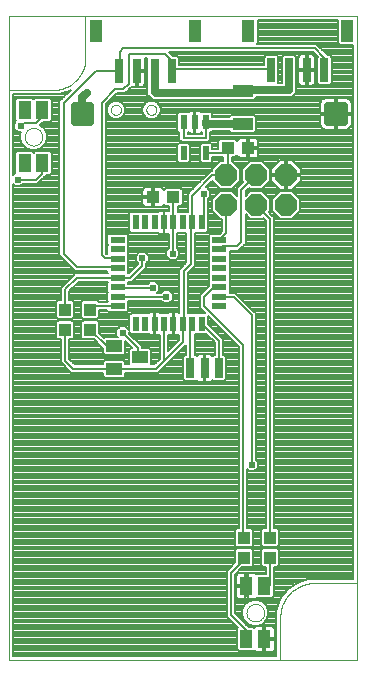
<source format=gtl>
G75*
G70*
%OFA0B0*%
%FSLAX24Y24*%
%IPPOS*%
%LPD*%
%AMOC8*
5,1,8,0,0,1.08239X$1,22.5*
%
%ADD10C,0.0000*%
%ADD11R,0.0220X0.0500*%
%ADD12R,0.0500X0.0220*%
%ADD13R,0.0394X0.0433*%
%ADD14R,0.0276X0.0669*%
%ADD15R,0.0433X0.0394*%
%ADD16R,0.0217X0.0472*%
%ADD17R,0.0709X0.0394*%
%ADD18R,0.0276X0.0787*%
%ADD19R,0.0433X0.0748*%
%ADD20OC8,0.0740*%
%ADD21C,0.0197*%
%ADD22R,0.0433X0.0591*%
%ADD23R,0.0551X0.0394*%
%ADD24C,0.0080*%
%ADD25C,0.0240*%
%ADD26C,0.0276*%
D10*
X001008Y001834D02*
X001008Y020830D01*
X002475Y020830D01*
X002538Y020832D01*
X002602Y020837D01*
X002665Y020847D01*
X002727Y020859D01*
X002788Y020876D01*
X002848Y020896D01*
X002908Y020919D01*
X002965Y020946D01*
X003021Y020976D01*
X003075Y021010D01*
X003127Y021046D01*
X003177Y021085D01*
X003224Y021128D01*
X003269Y021173D01*
X003312Y021220D01*
X003351Y021270D01*
X003387Y021322D01*
X003421Y021376D01*
X003451Y021432D01*
X003478Y021489D01*
X003501Y021549D01*
X003521Y021609D01*
X003538Y021670D01*
X003550Y021732D01*
X003560Y021795D01*
X003565Y021859D01*
X003567Y021922D01*
X003567Y023291D01*
X012622Y023291D01*
X012622Y004393D01*
X011189Y004393D01*
X011124Y004391D01*
X011058Y004385D01*
X010993Y004376D01*
X010929Y004363D01*
X010866Y004346D01*
X010804Y004325D01*
X010743Y004301D01*
X010684Y004273D01*
X010626Y004242D01*
X010570Y004208D01*
X010517Y004170D01*
X010465Y004130D01*
X010416Y004086D01*
X010370Y004040D01*
X010326Y003991D01*
X010286Y003939D01*
X010248Y003886D01*
X010214Y003830D01*
X010183Y003772D01*
X010155Y003713D01*
X010131Y003652D01*
X010110Y003590D01*
X010093Y003527D01*
X010080Y003463D01*
X010071Y003398D01*
X010065Y003332D01*
X010063Y003267D01*
X010063Y001834D01*
X001008Y001834D01*
X008933Y003409D02*
X008935Y003443D01*
X008941Y003477D01*
X008951Y003510D01*
X008964Y003541D01*
X008982Y003571D01*
X009002Y003599D01*
X009026Y003624D01*
X009052Y003646D01*
X009080Y003664D01*
X009111Y003680D01*
X009143Y003692D01*
X009177Y003700D01*
X009211Y003704D01*
X009245Y003704D01*
X009279Y003700D01*
X009313Y003692D01*
X009345Y003680D01*
X009375Y003664D01*
X009404Y003646D01*
X009430Y003624D01*
X009454Y003599D01*
X009474Y003571D01*
X009492Y003541D01*
X009505Y003510D01*
X009515Y003477D01*
X009521Y003443D01*
X009523Y003409D01*
X009521Y003375D01*
X009515Y003341D01*
X009505Y003308D01*
X009492Y003277D01*
X009474Y003247D01*
X009454Y003219D01*
X009430Y003194D01*
X009404Y003172D01*
X009376Y003154D01*
X009345Y003138D01*
X009313Y003126D01*
X009279Y003118D01*
X009245Y003114D01*
X009211Y003114D01*
X009177Y003118D01*
X009143Y003126D01*
X009111Y003138D01*
X009080Y003154D01*
X009052Y003172D01*
X009026Y003194D01*
X009002Y003219D01*
X008982Y003247D01*
X008964Y003277D01*
X008951Y003308D01*
X008941Y003341D01*
X008935Y003375D01*
X008933Y003409D01*
X010063Y001834D02*
X012622Y001834D01*
X012622Y004393D01*
X005596Y020168D02*
X005598Y020193D01*
X005604Y020218D01*
X005613Y020242D01*
X005626Y020264D01*
X005643Y020284D01*
X005662Y020301D01*
X005683Y020315D01*
X005707Y020325D01*
X005731Y020332D01*
X005757Y020335D01*
X005782Y020334D01*
X005807Y020329D01*
X005831Y020320D01*
X005854Y020308D01*
X005874Y020293D01*
X005892Y020274D01*
X005907Y020253D01*
X005918Y020230D01*
X005926Y020206D01*
X005930Y020181D01*
X005930Y020155D01*
X005926Y020130D01*
X005918Y020106D01*
X005907Y020083D01*
X005892Y020062D01*
X005874Y020043D01*
X005854Y020028D01*
X005831Y020016D01*
X005807Y020007D01*
X005782Y020002D01*
X005757Y020001D01*
X005731Y020004D01*
X005707Y020011D01*
X005683Y020021D01*
X005662Y020035D01*
X005643Y020052D01*
X005626Y020072D01*
X005613Y020094D01*
X005604Y020118D01*
X005598Y020143D01*
X005596Y020168D01*
X004415Y020168D02*
X004417Y020193D01*
X004423Y020218D01*
X004432Y020242D01*
X004445Y020264D01*
X004462Y020284D01*
X004481Y020301D01*
X004502Y020315D01*
X004526Y020325D01*
X004550Y020332D01*
X004576Y020335D01*
X004601Y020334D01*
X004626Y020329D01*
X004650Y020320D01*
X004673Y020308D01*
X004693Y020293D01*
X004711Y020274D01*
X004726Y020253D01*
X004737Y020230D01*
X004745Y020206D01*
X004749Y020181D01*
X004749Y020155D01*
X004745Y020130D01*
X004737Y020106D01*
X004726Y020083D01*
X004711Y020062D01*
X004693Y020043D01*
X004673Y020028D01*
X004650Y020016D01*
X004626Y020007D01*
X004601Y020002D01*
X004576Y020001D01*
X004550Y020004D01*
X004526Y020011D01*
X004502Y020021D01*
X004481Y020035D01*
X004462Y020052D01*
X004445Y020072D01*
X004432Y020094D01*
X004423Y020118D01*
X004417Y020143D01*
X004415Y020168D01*
X003567Y023291D02*
X001008Y023291D01*
X001008Y020830D01*
X001540Y019275D02*
X001542Y019309D01*
X001548Y019343D01*
X001558Y019376D01*
X001571Y019407D01*
X001589Y019437D01*
X001609Y019465D01*
X001633Y019490D01*
X001659Y019512D01*
X001687Y019530D01*
X001718Y019546D01*
X001750Y019558D01*
X001784Y019566D01*
X001818Y019570D01*
X001852Y019570D01*
X001886Y019566D01*
X001920Y019558D01*
X001952Y019546D01*
X001982Y019530D01*
X002011Y019512D01*
X002037Y019490D01*
X002061Y019465D01*
X002081Y019437D01*
X002099Y019407D01*
X002112Y019376D01*
X002122Y019343D01*
X002128Y019309D01*
X002130Y019275D01*
X002128Y019241D01*
X002122Y019207D01*
X002112Y019174D01*
X002099Y019143D01*
X002081Y019113D01*
X002061Y019085D01*
X002037Y019060D01*
X002011Y019038D01*
X001983Y019020D01*
X001952Y019004D01*
X001920Y018992D01*
X001886Y018984D01*
X001852Y018980D01*
X001818Y018980D01*
X001784Y018984D01*
X001750Y018992D01*
X001718Y019004D01*
X001687Y019020D01*
X001659Y019038D01*
X001633Y019060D01*
X001609Y019085D01*
X001589Y019113D01*
X001571Y019143D01*
X001558Y019174D01*
X001548Y019207D01*
X001542Y019241D01*
X001540Y019275D01*
D11*
X005238Y016423D03*
X005553Y016423D03*
X005868Y016423D03*
X006183Y016423D03*
X006498Y016423D03*
X006813Y016423D03*
X007128Y016423D03*
X007443Y016423D03*
X007443Y013043D03*
X007128Y013043D03*
X006813Y013043D03*
X006498Y013043D03*
X006183Y013043D03*
X005868Y013043D03*
X005553Y013043D03*
X005238Y013043D03*
D12*
X004650Y013631D03*
X004650Y013946D03*
X004650Y014261D03*
X004650Y014576D03*
X004650Y014891D03*
X004650Y015206D03*
X004650Y015521D03*
X004650Y015836D03*
X008030Y015836D03*
X008030Y015521D03*
X008030Y015206D03*
X008030Y014891D03*
X008030Y014576D03*
X008030Y014261D03*
X008030Y013946D03*
X008030Y013631D03*
D13*
X003720Y013508D03*
X003720Y012838D03*
X002886Y012838D03*
X002886Y013508D03*
X008854Y005901D03*
X008854Y005232D03*
X009717Y005244D03*
X009717Y005913D03*
D14*
X008008Y011559D03*
X007536Y011559D03*
X007063Y011559D03*
D15*
X006492Y017258D03*
X005822Y017258D03*
X008307Y018895D03*
X008976Y018895D03*
D16*
X007587Y018733D03*
X007587Y019756D03*
X007213Y019756D03*
X006839Y019756D03*
X006839Y018733D03*
D17*
X008801Y019706D03*
X008801Y020809D03*
D18*
X009760Y021493D03*
X010350Y021493D03*
X010941Y021493D03*
X011531Y021493D03*
X006461Y021474D03*
X005870Y021474D03*
X005280Y021474D03*
X004689Y021474D03*
D19*
X003921Y022793D03*
X007228Y022793D03*
X008992Y022812D03*
X012299Y022812D03*
D20*
X010256Y018000D03*
X010256Y017000D03*
X009256Y017000D03*
X009256Y018000D03*
X008256Y018000D03*
X008256Y017000D03*
D21*
X011618Y019739D02*
X011618Y020329D01*
X012208Y020329D01*
X012208Y019739D01*
X011618Y019739D01*
X011618Y019935D02*
X012208Y019935D01*
X012208Y020131D02*
X011618Y020131D01*
X011618Y020327D02*
X012208Y020327D01*
X003767Y020329D02*
X003767Y019739D01*
X003177Y019739D01*
X003177Y020329D01*
X003767Y020329D01*
X003767Y019935D02*
X003177Y019935D01*
X003177Y020131D02*
X003767Y020131D01*
X003767Y020327D02*
X003177Y020327D01*
D22*
X002130Y020161D03*
X001539Y020161D03*
X001539Y018389D03*
X002130Y018389D03*
X008933Y004295D03*
X009524Y004295D03*
X009524Y002523D03*
X008933Y002523D03*
D23*
X004520Y011543D03*
X004520Y012291D03*
X005386Y011917D03*
D24*
X005308Y011934D01*
X005308Y012234D01*
X004808Y012734D01*
X004643Y012588D02*
X004203Y012588D01*
X004186Y012571D01*
X004017Y012739D01*
X004017Y013096D01*
X003959Y013155D01*
X003482Y013155D01*
X003424Y013096D01*
X003424Y012580D01*
X003482Y012522D01*
X003839Y012522D01*
X004128Y012233D01*
X004144Y012217D01*
X004144Y012053D01*
X004203Y011994D01*
X004837Y011994D01*
X004895Y012053D01*
X004895Y012449D01*
X005130Y012214D01*
X005069Y012214D01*
X005010Y012155D01*
X005010Y011683D01*
X004895Y011683D01*
X004895Y011781D01*
X004837Y011840D01*
X004203Y011840D01*
X004144Y011781D01*
X004144Y011683D01*
X003208Y011683D01*
X003026Y011865D01*
X003026Y012522D01*
X003124Y012522D01*
X003183Y012580D01*
X003183Y013096D01*
X003124Y013155D01*
X002648Y013155D01*
X002589Y013096D01*
X002589Y012580D01*
X002648Y012522D01*
X002746Y012522D01*
X002746Y011865D01*
X002746Y011749D01*
X003092Y011403D01*
X003208Y011403D01*
X004144Y011403D01*
X004144Y011305D01*
X004203Y011246D01*
X004837Y011246D01*
X004895Y011305D01*
X004895Y011403D01*
X005863Y011403D01*
X005979Y011403D01*
X006241Y011664D01*
X006323Y011746D01*
X006323Y011746D01*
X006871Y012294D01*
X006923Y012347D01*
X006923Y011993D01*
X006884Y011993D01*
X006826Y011935D01*
X006826Y011183D01*
X006884Y011124D01*
X007243Y011124D01*
X007275Y011157D01*
X007286Y011138D01*
X007312Y011112D01*
X007344Y011094D01*
X007380Y011084D01*
X007507Y011084D01*
X007507Y011530D01*
X007565Y011530D01*
X007565Y011084D01*
X007692Y011084D01*
X007728Y011094D01*
X007760Y011112D01*
X007786Y011138D01*
X007796Y011157D01*
X007829Y011124D01*
X008187Y011124D01*
X008246Y011183D01*
X008246Y011935D01*
X008187Y011993D01*
X008148Y011993D01*
X008148Y012535D01*
X008066Y012617D01*
X007652Y013031D01*
X007652Y013292D01*
X008668Y012276D01*
X008668Y006218D01*
X008616Y006218D01*
X008557Y006159D01*
X008557Y005643D01*
X008616Y005585D01*
X009093Y005585D01*
X009151Y005643D01*
X009151Y006159D01*
X009093Y006218D01*
X008948Y006218D01*
X008948Y008183D01*
X009017Y008114D01*
X009199Y008114D01*
X009328Y008243D01*
X009328Y008425D01*
X009248Y008505D01*
X009248Y013392D01*
X009166Y013474D01*
X008566Y014074D01*
X008450Y014074D01*
X008380Y014074D01*
X008380Y014097D01*
X008374Y014103D01*
X008380Y014109D01*
X008380Y014412D01*
X008374Y014418D01*
X008380Y014424D01*
X008380Y014727D01*
X008374Y014733D01*
X008380Y014739D01*
X008380Y015042D01*
X008374Y015048D01*
X008380Y015054D01*
X008380Y015357D01*
X008374Y015363D01*
X008380Y015369D01*
X008380Y015474D01*
X008548Y015474D01*
X008664Y015474D01*
X008822Y015631D01*
X008904Y015713D01*
X008904Y016687D01*
X009061Y016530D01*
X009451Y016530D01*
X009483Y016562D01*
X009568Y016476D01*
X009568Y006230D01*
X009478Y006230D01*
X009420Y006171D01*
X009420Y005655D01*
X009478Y005597D01*
X009955Y005597D01*
X010013Y005655D01*
X010013Y006171D01*
X009955Y006230D01*
X009848Y006230D01*
X009848Y016592D01*
X009766Y016674D01*
X009680Y016760D01*
X009726Y016805D01*
X009726Y017194D01*
X009451Y017470D01*
X009061Y017470D01*
X008904Y017312D01*
X008904Y017450D01*
X009023Y017568D01*
X009061Y017530D01*
X009451Y017530D01*
X009726Y017805D01*
X009726Y018194D01*
X009451Y018470D01*
X009061Y018470D01*
X008786Y018194D01*
X008786Y017805D01*
X008825Y017766D01*
X008624Y017566D01*
X008624Y017450D01*
X008624Y017296D01*
X008451Y017470D01*
X008061Y017470D01*
X007786Y017194D01*
X007786Y016805D01*
X008061Y016530D01*
X008116Y016530D01*
X008116Y016119D01*
X008042Y016045D01*
X007739Y016045D01*
X007680Y015987D01*
X007680Y015684D01*
X007686Y015678D01*
X007680Y015672D01*
X007680Y015369D01*
X007686Y015363D01*
X007680Y015357D01*
X007680Y015054D01*
X007686Y015048D01*
X007680Y015042D01*
X007680Y014739D01*
X007686Y014733D01*
X007680Y014727D01*
X007680Y014424D01*
X007686Y014418D01*
X007680Y014412D01*
X007680Y014305D01*
X007668Y014292D01*
X007368Y013992D01*
X007368Y013876D01*
X007368Y013576D01*
X007450Y013494D01*
X007551Y013393D01*
X007291Y013393D01*
X007285Y013387D01*
X007279Y013393D01*
X006976Y013393D01*
X006975Y013392D01*
X006975Y014729D01*
X007211Y014965D01*
X007211Y015081D01*
X007211Y016073D01*
X007279Y016073D01*
X007285Y016079D01*
X007291Y016073D01*
X007594Y016073D01*
X007652Y016132D01*
X007652Y016396D01*
X007656Y016401D01*
X007652Y016419D01*
X007652Y016715D01*
X007650Y016717D01*
X007654Y017091D01*
X007654Y017148D01*
X007655Y017197D01*
X007734Y017276D01*
X007734Y017459D01*
X007605Y017587D01*
X007580Y017587D01*
X007792Y017799D01*
X008061Y017530D01*
X008451Y017530D01*
X008726Y017805D01*
X008726Y018194D01*
X008451Y018470D01*
X008447Y018470D01*
X008447Y018598D01*
X008565Y018598D01*
X008624Y018657D01*
X008624Y018666D01*
X008629Y018644D01*
X008648Y018612D01*
X008674Y018586D01*
X008706Y018568D01*
X008741Y018558D01*
X008936Y018558D01*
X008936Y018855D01*
X009016Y018855D01*
X009016Y018558D01*
X009211Y018558D01*
X009247Y018568D01*
X009279Y018586D01*
X009305Y018612D01*
X009323Y018644D01*
X009333Y018680D01*
X009333Y018855D01*
X009016Y018855D01*
X009016Y018935D01*
X008936Y018935D01*
X008936Y019232D01*
X008741Y019232D01*
X008706Y019222D01*
X008674Y019204D01*
X008648Y019178D01*
X008629Y019146D01*
X008624Y019124D01*
X008624Y019133D01*
X008565Y019192D01*
X008049Y019192D01*
X007991Y019133D01*
X007991Y018873D01*
X007796Y018873D01*
X007796Y019010D01*
X007737Y019069D01*
X007438Y019069D01*
X007379Y019010D01*
X007379Y018455D01*
X007438Y018396D01*
X007737Y018396D01*
X007796Y018455D01*
X007796Y018593D01*
X008167Y018593D01*
X008167Y018470D01*
X008061Y018470D01*
X007786Y018194D01*
X007786Y018140D01*
X007736Y018140D01*
X007050Y017453D01*
X007050Y017453D01*
X006968Y017371D01*
X006968Y016769D01*
X006964Y016773D01*
X006661Y016773D01*
X006655Y016767D01*
X006649Y016773D01*
X006638Y016773D01*
X006638Y016961D01*
X006750Y016961D01*
X006808Y017020D01*
X006808Y017497D01*
X006750Y017555D01*
X006234Y017555D01*
X006175Y017497D01*
X006175Y017487D01*
X006169Y017509D01*
X006151Y017541D01*
X006125Y017567D01*
X006093Y017586D01*
X006057Y017595D01*
X005862Y017595D01*
X005862Y017298D01*
X005782Y017298D01*
X005782Y017218D01*
X005466Y017218D01*
X005466Y017043D01*
X005475Y017007D01*
X005494Y016976D01*
X005520Y016949D01*
X005552Y016931D01*
X005587Y016921D01*
X005782Y016921D01*
X005782Y017218D01*
X005862Y017218D01*
X005862Y016921D01*
X006057Y016921D01*
X006093Y016931D01*
X006125Y016949D01*
X006151Y016976D01*
X006169Y017007D01*
X006175Y017029D01*
X006175Y017020D01*
X006234Y016961D01*
X006358Y016961D01*
X006358Y016797D01*
X006347Y016804D01*
X006311Y016813D01*
X006198Y016813D01*
X006198Y016438D01*
X006168Y016438D01*
X006168Y016813D01*
X006054Y016813D01*
X006019Y016804D01*
X005987Y016785D01*
X005975Y016773D01*
X005716Y016773D01*
X005710Y016767D01*
X005704Y016773D01*
X005401Y016773D01*
X005395Y016767D01*
X005389Y016773D01*
X005086Y016773D01*
X005028Y016715D01*
X005028Y016132D01*
X005086Y016073D01*
X005389Y016073D01*
X005395Y016079D01*
X005401Y016073D01*
X005704Y016073D01*
X005710Y016079D01*
X005716Y016073D01*
X005975Y016073D01*
X005987Y016061D01*
X006019Y016043D01*
X006054Y016033D01*
X006168Y016033D01*
X006168Y016408D01*
X006198Y016408D01*
X006198Y016033D01*
X006311Y016033D01*
X006340Y016041D01*
X006340Y015549D01*
X006260Y015469D01*
X006260Y015286D01*
X006389Y015158D01*
X006571Y015158D01*
X006700Y015286D01*
X006700Y015469D01*
X006620Y015549D01*
X006620Y016073D01*
X006649Y016073D01*
X006655Y016079D01*
X006661Y016073D01*
X006931Y016073D01*
X006931Y015081D01*
X006777Y014927D01*
X006695Y014845D01*
X006695Y013404D01*
X006694Y013405D01*
X006662Y013424D01*
X006626Y013433D01*
X006513Y013433D01*
X006513Y013058D01*
X006483Y013058D01*
X006483Y013433D01*
X006369Y013433D01*
X006334Y013424D01*
X006302Y013405D01*
X006290Y013393D01*
X006076Y013393D01*
X006064Y013405D01*
X006032Y013424D01*
X005996Y013433D01*
X005883Y013433D01*
X005883Y013058D01*
X005853Y013058D01*
X005853Y013433D01*
X005739Y013433D01*
X005704Y013424D01*
X005672Y013405D01*
X005660Y013393D01*
X005401Y013393D01*
X005395Y013387D01*
X005389Y013393D01*
X005086Y013393D01*
X005028Y013335D01*
X005028Y012825D01*
X004899Y012954D01*
X004717Y012954D01*
X004588Y012825D01*
X004588Y012643D01*
X004643Y012588D01*
X004636Y012595D02*
X004162Y012595D01*
X004083Y012673D02*
X004588Y012673D01*
X004588Y012752D02*
X004017Y012752D01*
X004017Y012830D02*
X004593Y012830D01*
X004671Y012909D02*
X004017Y012909D01*
X004017Y012987D02*
X005028Y012987D01*
X005028Y012909D02*
X004944Y012909D01*
X005023Y012830D02*
X005028Y012830D01*
X005028Y012752D02*
X005086Y012693D01*
X005389Y012693D01*
X005395Y012699D01*
X005401Y012693D01*
X005660Y012693D01*
X005672Y012681D01*
X005704Y012663D01*
X005739Y012653D01*
X005853Y012653D01*
X005853Y013028D01*
X005883Y013028D01*
X005883Y012653D01*
X005996Y012653D01*
X006032Y012663D01*
X006043Y012669D01*
X006043Y011862D01*
X005863Y011683D01*
X005761Y011683D01*
X005761Y012155D01*
X005703Y012214D01*
X005448Y012214D01*
X005448Y012292D01*
X005028Y012712D01*
X005028Y012752D01*
X005067Y012673D02*
X005685Y012673D01*
X005853Y012673D02*
X005883Y012673D01*
X005883Y012752D02*
X005853Y012752D01*
X005853Y012830D02*
X005883Y012830D01*
X005883Y012909D02*
X005853Y012909D01*
X005853Y012987D02*
X005883Y012987D01*
X005883Y013066D02*
X005853Y013066D01*
X005853Y013145D02*
X005883Y013145D01*
X005883Y013223D02*
X005853Y013223D01*
X005853Y013302D02*
X005883Y013302D01*
X005883Y013380D02*
X005853Y013380D01*
X006169Y013714D02*
X006089Y013794D01*
X005000Y013794D01*
X005000Y013794D01*
X004994Y013788D01*
X005000Y013782D01*
X005000Y013479D01*
X004942Y013421D01*
X004359Y013421D01*
X004300Y013479D01*
X004300Y013491D01*
X004017Y013491D01*
X004017Y013250D01*
X003959Y013191D01*
X003482Y013191D01*
X003424Y013250D01*
X003424Y013766D01*
X003482Y013824D01*
X003959Y013824D01*
X004012Y013771D01*
X004300Y013771D01*
X004300Y013782D01*
X004306Y013788D01*
X004300Y013794D01*
X004300Y014097D01*
X004306Y014103D01*
X004300Y014109D01*
X004300Y014412D01*
X004306Y014418D01*
X004300Y014424D01*
X004300Y014438D01*
X003341Y014438D01*
X003026Y014123D01*
X003026Y013824D01*
X003124Y013824D01*
X003183Y013766D01*
X003183Y013250D01*
X003124Y013191D01*
X002648Y013191D01*
X002589Y013250D01*
X002589Y013766D01*
X002648Y013824D01*
X002746Y013824D01*
X002746Y014123D01*
X002746Y014239D01*
X003143Y014636D01*
X003225Y014718D01*
X004300Y014718D01*
X004300Y014727D01*
X004306Y014733D01*
X004300Y014739D01*
X004300Y014805D01*
X003328Y014805D01*
X003212Y014805D01*
X002781Y015236D01*
X002699Y015318D01*
X002699Y020339D01*
X002699Y020455D01*
X003089Y020846D01*
X003041Y020811D01*
X003041Y020811D01*
X002670Y020690D01*
X002670Y020690D01*
X002533Y020690D01*
X002452Y020690D01*
X002417Y020690D01*
X001148Y020690D01*
X001148Y017985D01*
X001217Y018054D01*
X001223Y018054D01*
X001223Y018726D01*
X001281Y018785D01*
X001797Y018785D01*
X001835Y018747D01*
X001872Y018785D01*
X002388Y018785D01*
X002446Y018726D01*
X002446Y018053D01*
X002388Y017994D01*
X002248Y017994D01*
X002248Y017976D01*
X002166Y017894D01*
X001966Y017694D01*
X001850Y017694D01*
X001479Y017694D01*
X001399Y017614D01*
X001217Y017614D01*
X001148Y017683D01*
X001148Y001974D01*
X009923Y001974D01*
X009923Y003209D01*
X009923Y003267D01*
X009923Y003270D01*
X009923Y003325D01*
X009923Y003325D01*
X009923Y003468D01*
X009923Y003468D01*
X010047Y003849D01*
X010047Y003849D01*
X010283Y004174D01*
X010283Y004174D01*
X010607Y004409D01*
X010607Y004409D01*
X010988Y004533D01*
X010988Y004533D01*
X011131Y004533D01*
X011131Y004533D01*
X012482Y004533D01*
X012482Y022338D01*
X012041Y022338D01*
X011983Y022397D01*
X011983Y023151D01*
X009309Y023151D01*
X009309Y022397D01*
X009286Y022374D01*
X011150Y022374D01*
X011266Y022374D01*
X011589Y022051D01*
X011653Y021987D01*
X011711Y021987D01*
X011769Y021929D01*
X011769Y021058D01*
X011711Y021000D01*
X011352Y021000D01*
X011294Y021058D01*
X011294Y021929D01*
X011305Y021939D01*
X011150Y022094D01*
X006346Y022094D01*
X006473Y021967D01*
X006640Y021967D01*
X006698Y021909D01*
X006698Y021674D01*
X009522Y021674D01*
X009522Y021929D01*
X009581Y021987D01*
X009939Y021987D01*
X009998Y021929D01*
X009998Y021058D01*
X009996Y021057D01*
X010112Y021057D01*
X010112Y021592D01*
X010113Y021592D01*
X010113Y021929D01*
X010171Y021987D01*
X010530Y021987D01*
X010588Y021929D01*
X010588Y021592D01*
X010588Y021592D01*
X010588Y020720D01*
X010449Y020581D01*
X010252Y020581D01*
X009255Y020581D01*
X009255Y020570D01*
X009197Y020512D01*
X009030Y020512D01*
X009014Y020496D01*
X008817Y020496D01*
X005809Y020496D01*
X005670Y020636D01*
X005632Y020674D01*
X005632Y020871D01*
X005632Y021572D01*
X005632Y021572D01*
X005632Y021891D01*
X005556Y021891D01*
X005557Y021886D01*
X005557Y021503D01*
X005309Y021503D01*
X005309Y021445D01*
X005557Y021445D01*
X005557Y021062D01*
X005548Y021026D01*
X005529Y020994D01*
X005503Y020968D01*
X005471Y020950D01*
X005436Y020940D01*
X005308Y020940D01*
X005308Y021445D01*
X005251Y021445D01*
X005251Y020940D01*
X005123Y020940D01*
X005109Y020944D01*
X005066Y020901D01*
X005066Y020901D01*
X004973Y020808D01*
X004973Y020808D01*
X004891Y020726D01*
X004625Y020726D01*
X004248Y020349D01*
X004248Y015392D01*
X004266Y015374D01*
X004300Y015374D01*
X004300Y015672D01*
X004306Y015678D01*
X004300Y015684D01*
X004300Y015987D01*
X004359Y016045D01*
X004942Y016045D01*
X005000Y015987D01*
X005000Y015684D01*
X004994Y015678D01*
X005000Y015672D01*
X005000Y015369D01*
X004994Y015363D01*
X005000Y015357D01*
X005000Y015054D01*
X004994Y015048D01*
X005000Y015042D01*
X005000Y014739D01*
X004994Y014733D01*
X005000Y014727D01*
X005000Y014716D01*
X005005Y014716D01*
X005317Y015027D01*
X005317Y015049D01*
X005237Y015129D01*
X005237Y015311D01*
X005366Y015440D01*
X005548Y015440D01*
X005677Y015311D01*
X005677Y015129D01*
X005597Y015049D01*
X005597Y014911D01*
X005515Y014829D01*
X005121Y014436D01*
X005005Y014436D01*
X005000Y014436D01*
X005000Y014424D01*
X004994Y014418D01*
X005000Y014412D01*
X005000Y014374D01*
X005637Y014374D01*
X005717Y014454D01*
X005899Y014454D01*
X006028Y014325D01*
X006028Y014143D01*
X005959Y014074D01*
X006089Y014074D01*
X006169Y014154D01*
X006351Y014154D01*
X006480Y014025D01*
X006480Y013843D01*
X006351Y013714D01*
X006169Y013714D01*
X006110Y013773D02*
X005000Y013773D01*
X005000Y013694D02*
X006695Y013694D01*
X006695Y013616D02*
X005000Y013616D01*
X005000Y013537D02*
X006695Y013537D01*
X006695Y013459D02*
X004980Y013459D01*
X005073Y013380D02*
X004017Y013380D01*
X004017Y013302D02*
X005028Y013302D01*
X005028Y013223D02*
X003991Y013223D01*
X003969Y013145D02*
X005028Y013145D01*
X005028Y013066D02*
X004017Y013066D01*
X003720Y012838D02*
X004268Y012291D01*
X004520Y012291D01*
X004895Y012281D02*
X005064Y012281D01*
X005057Y012202D02*
X004895Y012202D01*
X004895Y012124D02*
X005010Y012124D01*
X005010Y012045D02*
X004887Y012045D01*
X005010Y011966D02*
X003026Y011966D01*
X003026Y011888D02*
X005010Y011888D01*
X005010Y011809D02*
X004867Y011809D01*
X004895Y011731D02*
X005010Y011731D01*
X004895Y011338D02*
X006826Y011338D01*
X006826Y011260D02*
X004850Y011260D01*
X004520Y011543D02*
X003150Y011543D01*
X002886Y011807D01*
X002886Y012838D01*
X003026Y012516D02*
X003844Y012516D01*
X003923Y012438D02*
X003026Y012438D01*
X003026Y012359D02*
X004002Y012359D01*
X004080Y012281D02*
X003026Y012281D01*
X003026Y012202D02*
X004144Y012202D01*
X004144Y012124D02*
X003026Y012124D01*
X003026Y012045D02*
X004152Y012045D01*
X004172Y011809D02*
X003081Y011809D01*
X003160Y011731D02*
X004144Y011731D01*
X004144Y011338D02*
X001148Y011338D01*
X001148Y011260D02*
X004189Y011260D01*
X004520Y011543D02*
X005921Y011543D01*
X006183Y011804D01*
X006813Y012434D01*
X006813Y013043D01*
X006835Y013065D01*
X006835Y014787D01*
X007071Y015023D01*
X007071Y016366D01*
X007128Y016423D01*
X007108Y016434D01*
X007108Y017313D01*
X007794Y018000D01*
X008256Y018000D01*
X008307Y018051D01*
X008307Y018895D01*
X008307Y018733D01*
X007587Y018733D01*
X007379Y018721D02*
X007048Y018721D01*
X007048Y018643D02*
X007379Y018643D01*
X007379Y018564D02*
X007048Y018564D01*
X007048Y018486D02*
X007379Y018486D01*
X007427Y018407D02*
X007000Y018407D01*
X006989Y018396D02*
X007048Y018455D01*
X007048Y019010D01*
X006989Y019069D01*
X006690Y019069D01*
X006631Y019010D01*
X006631Y018455D01*
X006690Y018396D01*
X006989Y018396D01*
X006679Y018407D02*
X004248Y018407D01*
X004248Y018486D02*
X006631Y018486D01*
X006631Y018564D02*
X004248Y018564D01*
X004248Y018643D02*
X006631Y018643D01*
X006631Y018721D02*
X004248Y018721D01*
X004248Y018800D02*
X006631Y018800D01*
X006631Y018878D02*
X004248Y018878D01*
X004248Y018957D02*
X006631Y018957D01*
X006656Y019035D02*
X004248Y019035D01*
X004248Y019114D02*
X006763Y019114D01*
X006781Y019096D02*
X007641Y019096D01*
X007723Y019178D01*
X007727Y019183D01*
X007727Y019299D01*
X007727Y019420D01*
X007737Y019420D01*
X007785Y019468D01*
X008346Y019468D01*
X008405Y019410D01*
X009197Y019410D01*
X009255Y019468D01*
X009255Y019945D01*
X009197Y020003D01*
X008405Y020003D01*
X008346Y019945D01*
X008346Y019944D01*
X007796Y019944D01*
X007796Y020034D01*
X007737Y020093D01*
X007438Y020093D01*
X007429Y020084D01*
X007408Y020105D01*
X007376Y020123D01*
X007340Y020133D01*
X007228Y020133D01*
X007228Y019771D01*
X007199Y019771D01*
X007199Y020133D01*
X007087Y020133D01*
X007051Y020123D01*
X007019Y020105D01*
X006998Y020084D01*
X006989Y020093D01*
X006690Y020093D01*
X006631Y020034D01*
X006631Y019479D01*
X006690Y019420D01*
X006699Y019420D01*
X006699Y019294D01*
X006699Y019178D01*
X006781Y019096D01*
X006699Y019192D02*
X004248Y019192D01*
X004248Y019271D02*
X006699Y019271D01*
X006699Y019349D02*
X004248Y019349D01*
X004248Y019428D02*
X006682Y019428D01*
X006631Y019507D02*
X004248Y019507D01*
X004248Y019585D02*
X006631Y019585D01*
X006631Y019664D02*
X004248Y019664D01*
X004248Y019742D02*
X006631Y019742D01*
X006631Y019821D02*
X004248Y019821D01*
X004248Y019899D02*
X004428Y019899D01*
X004408Y019908D02*
X004521Y019861D01*
X004643Y019861D01*
X004756Y019908D01*
X004842Y019994D01*
X004889Y020107D01*
X004889Y020229D01*
X004842Y020342D01*
X004756Y020429D01*
X004643Y020475D01*
X004521Y020475D01*
X004408Y020429D01*
X004321Y020342D01*
X004275Y020229D01*
X004275Y020107D01*
X004321Y019994D01*
X004408Y019908D01*
X004338Y019978D02*
X004248Y019978D01*
X004248Y020056D02*
X004296Y020056D01*
X004275Y020135D02*
X004248Y020135D01*
X004248Y020213D02*
X004275Y020213D01*
X004248Y020292D02*
X004301Y020292D01*
X004269Y020371D02*
X004350Y020371D01*
X004348Y020449D02*
X004457Y020449D01*
X004426Y020528D02*
X005778Y020528D01*
X005824Y020475D02*
X005702Y020475D01*
X005589Y020429D01*
X005502Y020342D01*
X005456Y020229D01*
X005456Y020107D01*
X005502Y019994D01*
X005589Y019908D01*
X005702Y019861D01*
X005824Y019861D01*
X005937Y019908D01*
X006024Y019994D01*
X006070Y020107D01*
X006070Y020229D01*
X006024Y020342D01*
X005937Y020429D01*
X005824Y020475D01*
X005888Y020449D02*
X011411Y020449D01*
X011407Y020443D02*
X011389Y020399D01*
X011380Y020353D01*
X011380Y020074D01*
X011873Y020074D01*
X011873Y019994D01*
X011380Y019994D01*
X011380Y019716D01*
X011389Y019669D01*
X011407Y019626D01*
X011433Y019587D01*
X011466Y019554D01*
X011505Y019528D01*
X011549Y019510D01*
X011595Y019501D01*
X011873Y019501D01*
X011873Y019994D01*
X011953Y019994D01*
X011953Y019501D01*
X012232Y019501D01*
X012278Y019510D01*
X012322Y019528D01*
X012361Y019554D01*
X012394Y019587D01*
X012420Y019626D01*
X012438Y019669D01*
X012447Y019716D01*
X012447Y019994D01*
X011954Y019994D01*
X011954Y020074D01*
X012447Y020074D01*
X012447Y020353D01*
X012438Y020399D01*
X012420Y020443D01*
X012394Y020482D01*
X012361Y020515D01*
X012322Y020541D01*
X012278Y020559D01*
X012232Y020568D01*
X011953Y020568D01*
X011953Y020074D01*
X011873Y020074D01*
X011873Y020568D01*
X011595Y020568D01*
X011549Y020559D01*
X011505Y020541D01*
X011466Y020515D01*
X011433Y020482D01*
X011407Y020443D01*
X011383Y020371D02*
X005995Y020371D01*
X006044Y020292D02*
X011380Y020292D01*
X011380Y020213D02*
X006070Y020213D01*
X006070Y020135D02*
X011380Y020135D01*
X011380Y019978D02*
X009222Y019978D01*
X009255Y019899D02*
X011380Y019899D01*
X011380Y019821D02*
X009255Y019821D01*
X009255Y019742D02*
X011380Y019742D01*
X011391Y019664D02*
X009255Y019664D01*
X009255Y019585D02*
X011435Y019585D01*
X011565Y019507D02*
X009255Y019507D01*
X009215Y019428D02*
X012482Y019428D01*
X012482Y019349D02*
X007727Y019349D01*
X007727Y019271D02*
X012482Y019271D01*
X012482Y019192D02*
X009290Y019192D01*
X009279Y019204D02*
X009247Y019222D01*
X009211Y019232D01*
X009016Y019232D01*
X009016Y018935D01*
X009333Y018935D01*
X009333Y019110D01*
X009323Y019146D01*
X009305Y019178D01*
X009279Y019204D01*
X009332Y019114D02*
X012482Y019114D01*
X012482Y019035D02*
X009333Y019035D01*
X009333Y018957D02*
X012482Y018957D01*
X012482Y018878D02*
X009016Y018878D01*
X009016Y018800D02*
X008936Y018800D01*
X008936Y018721D02*
X009016Y018721D01*
X009016Y018643D02*
X008936Y018643D01*
X008936Y018564D02*
X009016Y018564D01*
X008999Y018407D02*
X008513Y018407D01*
X008447Y018486D02*
X010021Y018486D01*
X010045Y018510D02*
X009746Y018211D01*
X009746Y018040D01*
X010216Y018040D01*
X010216Y018510D01*
X010045Y018510D01*
X009942Y018407D02*
X009513Y018407D01*
X009592Y018328D02*
X009863Y018328D01*
X009785Y018250D02*
X009670Y018250D01*
X009726Y018171D02*
X009746Y018171D01*
X009746Y018093D02*
X009726Y018093D01*
X009726Y018014D02*
X010216Y018014D01*
X010216Y018040D02*
X010216Y017960D01*
X009746Y017960D01*
X009746Y017788D01*
X010045Y017490D01*
X010216Y017490D01*
X010216Y017959D01*
X010296Y017959D01*
X010296Y017490D01*
X010467Y017490D01*
X010766Y017788D01*
X010766Y017960D01*
X010296Y017960D01*
X010296Y018040D01*
X010216Y018040D01*
X010216Y018093D02*
X010296Y018093D01*
X010296Y018040D02*
X010296Y018510D01*
X010467Y018510D01*
X010766Y018211D01*
X010766Y018040D01*
X010296Y018040D01*
X010296Y018014D02*
X012482Y018014D01*
X012482Y017936D02*
X010766Y017936D01*
X010766Y017857D02*
X012482Y017857D01*
X012482Y017779D02*
X010756Y017779D01*
X010678Y017700D02*
X012482Y017700D01*
X012482Y017622D02*
X010599Y017622D01*
X010520Y017543D02*
X012482Y017543D01*
X012482Y017464D02*
X010456Y017464D01*
X010451Y017470D02*
X010061Y017470D01*
X009786Y017194D01*
X009786Y016805D01*
X010061Y016530D01*
X010451Y016530D01*
X010726Y016805D01*
X010726Y017194D01*
X010451Y017470D01*
X010534Y017386D02*
X012482Y017386D01*
X012482Y017307D02*
X010613Y017307D01*
X010691Y017229D02*
X012482Y017229D01*
X012482Y017150D02*
X010726Y017150D01*
X010726Y017072D02*
X012482Y017072D01*
X012482Y016993D02*
X010726Y016993D01*
X010726Y016915D02*
X012482Y016915D01*
X012482Y016836D02*
X010726Y016836D01*
X010678Y016758D02*
X012482Y016758D01*
X012482Y016679D02*
X010600Y016679D01*
X010521Y016600D02*
X012482Y016600D01*
X012482Y016522D02*
X009848Y016522D01*
X009848Y016443D02*
X012482Y016443D01*
X012482Y016365D02*
X009848Y016365D01*
X009848Y016286D02*
X012482Y016286D01*
X012482Y016208D02*
X009848Y016208D01*
X009848Y016129D02*
X012482Y016129D01*
X012482Y016051D02*
X009848Y016051D01*
X009848Y015972D02*
X012482Y015972D01*
X012482Y015894D02*
X009848Y015894D01*
X009848Y015815D02*
X012482Y015815D01*
X012482Y015736D02*
X009848Y015736D01*
X009848Y015658D02*
X012482Y015658D01*
X012482Y015579D02*
X009848Y015579D01*
X009848Y015501D02*
X012482Y015501D01*
X012482Y015422D02*
X009848Y015422D01*
X009848Y015344D02*
X012482Y015344D01*
X012482Y015265D02*
X009848Y015265D01*
X009848Y015187D02*
X012482Y015187D01*
X012482Y015108D02*
X009848Y015108D01*
X009848Y015030D02*
X012482Y015030D01*
X012482Y014951D02*
X009848Y014951D01*
X009848Y014873D02*
X012482Y014873D01*
X012482Y014794D02*
X009848Y014794D01*
X009848Y014715D02*
X012482Y014715D01*
X012482Y014637D02*
X009848Y014637D01*
X009848Y014558D02*
X012482Y014558D01*
X012482Y014480D02*
X009848Y014480D01*
X009848Y014401D02*
X012482Y014401D01*
X012482Y014323D02*
X009848Y014323D01*
X009848Y014244D02*
X012482Y014244D01*
X012482Y014166D02*
X009848Y014166D01*
X009848Y014087D02*
X012482Y014087D01*
X012482Y014009D02*
X009848Y014009D01*
X009848Y013930D02*
X012482Y013930D01*
X012482Y013851D02*
X009848Y013851D01*
X009848Y013773D02*
X012482Y013773D01*
X012482Y013694D02*
X009848Y013694D01*
X009848Y013616D02*
X012482Y013616D01*
X012482Y013537D02*
X009848Y013537D01*
X009848Y013459D02*
X012482Y013459D01*
X012482Y013380D02*
X009848Y013380D01*
X009848Y013302D02*
X012482Y013302D01*
X012482Y013223D02*
X009848Y013223D01*
X009848Y013145D02*
X012482Y013145D01*
X012482Y013066D02*
X009848Y013066D01*
X009848Y012987D02*
X012482Y012987D01*
X012482Y012909D02*
X009848Y012909D01*
X009848Y012830D02*
X012482Y012830D01*
X012482Y012752D02*
X009848Y012752D01*
X009848Y012673D02*
X012482Y012673D01*
X012482Y012595D02*
X009848Y012595D01*
X009848Y012516D02*
X012482Y012516D01*
X012482Y012438D02*
X009848Y012438D01*
X009848Y012359D02*
X012482Y012359D01*
X012482Y012281D02*
X009848Y012281D01*
X009848Y012202D02*
X012482Y012202D01*
X012482Y012124D02*
X009848Y012124D01*
X009848Y012045D02*
X012482Y012045D01*
X012482Y011966D02*
X009848Y011966D01*
X009848Y011888D02*
X012482Y011888D01*
X012482Y011809D02*
X009848Y011809D01*
X009848Y011731D02*
X012482Y011731D01*
X012482Y011652D02*
X009848Y011652D01*
X009848Y011574D02*
X012482Y011574D01*
X012482Y011495D02*
X009848Y011495D01*
X009848Y011417D02*
X012482Y011417D01*
X012482Y011338D02*
X009848Y011338D01*
X009848Y011260D02*
X012482Y011260D01*
X012482Y011181D02*
X009848Y011181D01*
X009848Y011102D02*
X012482Y011102D01*
X012482Y011024D02*
X009848Y011024D01*
X009848Y010945D02*
X012482Y010945D01*
X012482Y010867D02*
X009848Y010867D01*
X009848Y010788D02*
X012482Y010788D01*
X012482Y010710D02*
X009848Y010710D01*
X009848Y010631D02*
X012482Y010631D01*
X012482Y010553D02*
X009848Y010553D01*
X009848Y010474D02*
X012482Y010474D01*
X012482Y010396D02*
X009848Y010396D01*
X009848Y010317D02*
X012482Y010317D01*
X012482Y010238D02*
X009848Y010238D01*
X009848Y010160D02*
X012482Y010160D01*
X012482Y010081D02*
X009848Y010081D01*
X009848Y010003D02*
X012482Y010003D01*
X012482Y009924D02*
X009848Y009924D01*
X009848Y009846D02*
X012482Y009846D01*
X012482Y009767D02*
X009848Y009767D01*
X009848Y009689D02*
X012482Y009689D01*
X012482Y009610D02*
X009848Y009610D01*
X009848Y009532D02*
X012482Y009532D01*
X012482Y009453D02*
X009848Y009453D01*
X009848Y009374D02*
X012482Y009374D01*
X012482Y009296D02*
X009848Y009296D01*
X009848Y009217D02*
X012482Y009217D01*
X012482Y009139D02*
X009848Y009139D01*
X009848Y009060D02*
X012482Y009060D01*
X012482Y008982D02*
X009848Y008982D01*
X009848Y008903D02*
X012482Y008903D01*
X012482Y008825D02*
X009848Y008825D01*
X009848Y008746D02*
X012482Y008746D01*
X012482Y008668D02*
X009848Y008668D01*
X009848Y008589D02*
X012482Y008589D01*
X012482Y008511D02*
X009848Y008511D01*
X009848Y008432D02*
X012482Y008432D01*
X012482Y008353D02*
X009848Y008353D01*
X009848Y008275D02*
X012482Y008275D01*
X012482Y008196D02*
X009848Y008196D01*
X009848Y008118D02*
X012482Y008118D01*
X012482Y008039D02*
X009848Y008039D01*
X009848Y007961D02*
X012482Y007961D01*
X012482Y007882D02*
X009848Y007882D01*
X009848Y007804D02*
X012482Y007804D01*
X012482Y007725D02*
X009848Y007725D01*
X009848Y007647D02*
X012482Y007647D01*
X012482Y007568D02*
X009848Y007568D01*
X009848Y007489D02*
X012482Y007489D01*
X012482Y007411D02*
X009848Y007411D01*
X009848Y007332D02*
X012482Y007332D01*
X012482Y007254D02*
X009848Y007254D01*
X009848Y007175D02*
X012482Y007175D01*
X012482Y007097D02*
X009848Y007097D01*
X009848Y007018D02*
X012482Y007018D01*
X012482Y006940D02*
X009848Y006940D01*
X009848Y006861D02*
X012482Y006861D01*
X012482Y006783D02*
X009848Y006783D01*
X009848Y006704D02*
X012482Y006704D01*
X012482Y006625D02*
X009848Y006625D01*
X009848Y006547D02*
X012482Y006547D01*
X012482Y006468D02*
X009848Y006468D01*
X009848Y006390D02*
X012482Y006390D01*
X012482Y006311D02*
X009848Y006311D01*
X009848Y006233D02*
X012482Y006233D01*
X012482Y006154D02*
X010013Y006154D01*
X010013Y006076D02*
X012482Y006076D01*
X012482Y005997D02*
X010013Y005997D01*
X010013Y005919D02*
X012482Y005919D01*
X012482Y005840D02*
X010013Y005840D01*
X010013Y005761D02*
X012482Y005761D01*
X012482Y005683D02*
X010013Y005683D01*
X009963Y005604D02*
X012482Y005604D01*
X012482Y005526D02*
X009989Y005526D01*
X010013Y005502D02*
X009955Y005560D01*
X009478Y005560D01*
X009420Y005502D01*
X009420Y004986D01*
X009478Y004927D01*
X009577Y004927D01*
X009577Y004690D01*
X009266Y004690D01*
X009257Y004681D01*
X009236Y004702D01*
X009204Y004721D01*
X009168Y004730D01*
X008973Y004730D01*
X008973Y004335D01*
X008893Y004335D01*
X008893Y004730D01*
X008698Y004730D01*
X008662Y004721D01*
X008631Y004702D01*
X008604Y004676D01*
X008586Y004644D01*
X008577Y004609D01*
X008577Y004335D01*
X008893Y004335D01*
X008893Y004255D01*
X008577Y004255D01*
X008577Y003981D01*
X008586Y003946D01*
X008604Y003914D01*
X008631Y003888D01*
X008662Y003869D01*
X008698Y003860D01*
X008893Y003860D01*
X008893Y004255D01*
X008973Y004255D01*
X008973Y003860D01*
X009168Y003860D01*
X009204Y003869D01*
X009236Y003888D01*
X009257Y003909D01*
X009266Y003900D01*
X009782Y003900D01*
X009840Y003958D01*
X009840Y004260D01*
X009856Y004276D01*
X009856Y004927D01*
X009955Y004927D01*
X010013Y004986D01*
X010013Y005502D01*
X010013Y005447D02*
X012482Y005447D01*
X012482Y005369D02*
X010013Y005369D01*
X010013Y005290D02*
X012482Y005290D01*
X012482Y005212D02*
X010013Y005212D01*
X010013Y005133D02*
X012482Y005133D01*
X012482Y005055D02*
X010013Y005055D01*
X010004Y004976D02*
X012482Y004976D01*
X012482Y004898D02*
X009856Y004898D01*
X009856Y004819D02*
X012482Y004819D01*
X012482Y004740D02*
X009856Y004740D01*
X009856Y004662D02*
X012482Y004662D01*
X012482Y004583D02*
X009856Y004583D01*
X009856Y004505D02*
X010901Y004505D01*
X010659Y004426D02*
X009856Y004426D01*
X009856Y004348D02*
X010522Y004348D01*
X010414Y004269D02*
X009849Y004269D01*
X009840Y004191D02*
X010306Y004191D01*
X010283Y004174D02*
X010283Y004174D01*
X010238Y004112D02*
X009840Y004112D01*
X009840Y004034D02*
X010181Y004034D01*
X010124Y003955D02*
X009837Y003955D01*
X010067Y003876D02*
X009216Y003876D01*
X009142Y003844D02*
X009315Y003844D01*
X009475Y003778D01*
X009597Y003656D01*
X009664Y003496D01*
X009664Y003323D01*
X009597Y003163D01*
X009475Y003040D01*
X009315Y002974D01*
X009142Y002974D01*
X008982Y003040D01*
X008859Y003163D01*
X008793Y003323D01*
X008793Y003496D01*
X008859Y003656D01*
X008982Y003778D01*
X009142Y003844D01*
X009030Y003798D02*
X008548Y003798D01*
X008548Y003876D02*
X008650Y003876D01*
X008584Y003955D02*
X008548Y003955D01*
X008548Y004034D02*
X008577Y004034D01*
X008577Y004112D02*
X008548Y004112D01*
X008548Y004191D02*
X008577Y004191D01*
X008548Y004269D02*
X008893Y004269D01*
X008893Y004191D02*
X008973Y004191D01*
X008973Y004112D02*
X008893Y004112D01*
X008893Y004034D02*
X008973Y004034D01*
X008973Y003955D02*
X008893Y003955D01*
X008893Y003876D02*
X008973Y003876D01*
X008923Y003719D02*
X008548Y003719D01*
X008548Y003641D02*
X008853Y003641D01*
X008821Y003562D02*
X008548Y003562D01*
X008548Y003484D02*
X008793Y003484D01*
X008793Y003405D02*
X008548Y003405D01*
X008548Y003392D02*
X008548Y004676D01*
X008787Y004915D01*
X009093Y004915D01*
X009151Y004974D01*
X009151Y005490D01*
X009093Y005548D01*
X008616Y005548D01*
X008557Y005490D01*
X008557Y005082D01*
X008350Y004874D01*
X008268Y004792D01*
X008268Y003392D01*
X008268Y003276D01*
X008650Y002894D01*
X008617Y002860D01*
X008617Y002187D01*
X008675Y002128D01*
X009191Y002128D01*
X009200Y002137D01*
X009221Y002116D01*
X009253Y002098D01*
X009289Y002088D01*
X009484Y002088D01*
X009484Y002483D01*
X009564Y002483D01*
X009564Y002563D01*
X009880Y002563D01*
X009880Y002837D01*
X009871Y002873D01*
X009852Y002905D01*
X009826Y002931D01*
X009794Y002949D01*
X009759Y002959D01*
X009564Y002959D01*
X009564Y002563D01*
X009484Y002563D01*
X009484Y002959D01*
X009289Y002959D01*
X009253Y002949D01*
X009221Y002931D01*
X009200Y002909D01*
X009191Y002919D01*
X009022Y002919D01*
X008548Y003392D01*
X008614Y003327D02*
X008793Y003327D01*
X008824Y003248D02*
X008692Y003248D01*
X008771Y003170D02*
X008856Y003170D01*
X008849Y003091D02*
X008931Y003091D01*
X008928Y003012D02*
X009048Y003012D01*
X009006Y002934D02*
X009227Y002934D01*
X009408Y003012D02*
X009923Y003012D01*
X009923Y002934D02*
X009820Y002934D01*
X009875Y002855D02*
X009923Y002855D01*
X009923Y002777D02*
X009880Y002777D01*
X009880Y002698D02*
X009923Y002698D01*
X009923Y002620D02*
X009880Y002620D01*
X009923Y002541D02*
X009564Y002541D01*
X009564Y002483D02*
X009880Y002483D01*
X009880Y002210D01*
X009871Y002174D01*
X009852Y002142D01*
X009826Y002116D01*
X009794Y002098D01*
X009759Y002088D01*
X009564Y002088D01*
X009564Y002483D01*
X009564Y002463D02*
X009484Y002463D01*
X009484Y002384D02*
X009564Y002384D01*
X009564Y002306D02*
X009484Y002306D01*
X009484Y002227D02*
X009564Y002227D01*
X009564Y002149D02*
X009484Y002149D01*
X009484Y002620D02*
X009564Y002620D01*
X009564Y002698D02*
X009484Y002698D01*
X009484Y002777D02*
X009564Y002777D01*
X009564Y002855D02*
X009484Y002855D01*
X009484Y002934D02*
X009564Y002934D01*
X009526Y003091D02*
X009923Y003091D01*
X009923Y003170D02*
X009600Y003170D01*
X009633Y003248D02*
X009923Y003248D01*
X009923Y003327D02*
X009664Y003327D01*
X009664Y003405D02*
X009923Y003405D01*
X009928Y003484D02*
X009664Y003484D01*
X009636Y003562D02*
X009954Y003562D01*
X009979Y003641D02*
X009604Y003641D01*
X009534Y003719D02*
X010005Y003719D01*
X010030Y003798D02*
X009427Y003798D01*
X009524Y004295D02*
X009608Y004334D01*
X009717Y004334D01*
X009717Y005244D01*
X009608Y005134D01*
X009420Y005133D02*
X009151Y005133D01*
X009151Y005055D02*
X009420Y005055D01*
X009429Y004976D02*
X009151Y004976D01*
X009151Y005212D02*
X009420Y005212D01*
X009420Y005290D02*
X009151Y005290D01*
X009151Y005369D02*
X009420Y005369D01*
X009420Y005447D02*
X009151Y005447D01*
X009115Y005526D02*
X009444Y005526D01*
X009470Y005604D02*
X009112Y005604D01*
X009151Y005683D02*
X009420Y005683D01*
X009420Y005761D02*
X009151Y005761D01*
X009151Y005840D02*
X009420Y005840D01*
X009420Y005919D02*
X009151Y005919D01*
X009151Y005997D02*
X009420Y005997D01*
X009420Y006076D02*
X009151Y006076D01*
X009151Y006154D02*
X009420Y006154D01*
X009568Y006233D02*
X008948Y006233D01*
X008948Y006311D02*
X009568Y006311D01*
X009568Y006390D02*
X008948Y006390D01*
X008948Y006468D02*
X009568Y006468D01*
X009568Y006547D02*
X008948Y006547D01*
X008948Y006625D02*
X009568Y006625D01*
X009568Y006704D02*
X008948Y006704D01*
X008948Y006783D02*
X009568Y006783D01*
X009568Y006861D02*
X008948Y006861D01*
X008948Y006940D02*
X009568Y006940D01*
X009568Y007018D02*
X008948Y007018D01*
X008948Y007097D02*
X009568Y007097D01*
X009568Y007175D02*
X008948Y007175D01*
X008948Y007254D02*
X009568Y007254D01*
X009568Y007332D02*
X008948Y007332D01*
X008948Y007411D02*
X009568Y007411D01*
X009568Y007489D02*
X008948Y007489D01*
X008948Y007568D02*
X009568Y007568D01*
X009568Y007647D02*
X008948Y007647D01*
X008948Y007725D02*
X009568Y007725D01*
X009568Y007804D02*
X008948Y007804D01*
X008948Y007882D02*
X009568Y007882D01*
X009568Y007961D02*
X008948Y007961D01*
X008948Y008039D02*
X009568Y008039D01*
X009568Y008118D02*
X009202Y008118D01*
X009281Y008196D02*
X009568Y008196D01*
X009568Y008275D02*
X009328Y008275D01*
X009328Y008353D02*
X009568Y008353D01*
X009568Y008432D02*
X009321Y008432D01*
X009248Y008511D02*
X009568Y008511D01*
X009568Y008589D02*
X009248Y008589D01*
X009248Y008668D02*
X009568Y008668D01*
X009568Y008746D02*
X009248Y008746D01*
X009248Y008825D02*
X009568Y008825D01*
X009568Y008903D02*
X009248Y008903D01*
X009248Y008982D02*
X009568Y008982D01*
X009568Y009060D02*
X009248Y009060D01*
X009248Y009139D02*
X009568Y009139D01*
X009568Y009217D02*
X009248Y009217D01*
X009248Y009296D02*
X009568Y009296D01*
X009568Y009374D02*
X009248Y009374D01*
X009248Y009453D02*
X009568Y009453D01*
X009568Y009532D02*
X009248Y009532D01*
X009248Y009610D02*
X009568Y009610D01*
X009568Y009689D02*
X009248Y009689D01*
X009248Y009767D02*
X009568Y009767D01*
X009568Y009846D02*
X009248Y009846D01*
X009248Y009924D02*
X009568Y009924D01*
X009568Y010003D02*
X009248Y010003D01*
X009248Y010081D02*
X009568Y010081D01*
X009568Y010160D02*
X009248Y010160D01*
X009248Y010238D02*
X009568Y010238D01*
X009568Y010317D02*
X009248Y010317D01*
X009248Y010396D02*
X009568Y010396D01*
X009568Y010474D02*
X009248Y010474D01*
X009248Y010553D02*
X009568Y010553D01*
X009568Y010631D02*
X009248Y010631D01*
X009248Y010710D02*
X009568Y010710D01*
X009568Y010788D02*
X009248Y010788D01*
X009248Y010867D02*
X009568Y010867D01*
X009568Y010945D02*
X009248Y010945D01*
X009248Y011024D02*
X009568Y011024D01*
X009568Y011102D02*
X009248Y011102D01*
X009248Y011181D02*
X009568Y011181D01*
X009568Y011260D02*
X009248Y011260D01*
X009248Y011338D02*
X009568Y011338D01*
X009568Y011417D02*
X009248Y011417D01*
X009248Y011495D02*
X009568Y011495D01*
X009568Y011574D02*
X009248Y011574D01*
X009248Y011652D02*
X009568Y011652D01*
X009568Y011731D02*
X009248Y011731D01*
X009248Y011809D02*
X009568Y011809D01*
X009568Y011888D02*
X009248Y011888D01*
X009248Y011966D02*
X009568Y011966D01*
X009568Y012045D02*
X009248Y012045D01*
X009248Y012124D02*
X009568Y012124D01*
X009568Y012202D02*
X009248Y012202D01*
X009248Y012281D02*
X009568Y012281D01*
X009568Y012359D02*
X009248Y012359D01*
X009248Y012438D02*
X009568Y012438D01*
X009568Y012516D02*
X009248Y012516D01*
X009248Y012595D02*
X009568Y012595D01*
X009568Y012673D02*
X009248Y012673D01*
X009248Y012752D02*
X009568Y012752D01*
X009568Y012830D02*
X009248Y012830D01*
X009248Y012909D02*
X009568Y012909D01*
X009568Y012987D02*
X009248Y012987D01*
X009248Y013066D02*
X009568Y013066D01*
X009568Y013145D02*
X009248Y013145D01*
X009248Y013223D02*
X009568Y013223D01*
X009568Y013302D02*
X009248Y013302D01*
X009248Y013380D02*
X009568Y013380D01*
X009568Y013459D02*
X009181Y013459D01*
X009103Y013537D02*
X009568Y013537D01*
X009568Y013616D02*
X009024Y013616D01*
X008946Y013694D02*
X009568Y013694D01*
X009568Y013773D02*
X008867Y013773D01*
X008789Y013851D02*
X009568Y013851D01*
X009568Y013930D02*
X008710Y013930D01*
X008632Y014009D02*
X009568Y014009D01*
X009568Y014087D02*
X008380Y014087D01*
X008380Y014166D02*
X009568Y014166D01*
X009568Y014244D02*
X008380Y014244D01*
X008380Y014323D02*
X009568Y014323D01*
X009568Y014401D02*
X008380Y014401D01*
X008380Y014480D02*
X009568Y014480D01*
X009568Y014558D02*
X008380Y014558D01*
X008380Y014637D02*
X009568Y014637D01*
X009568Y014715D02*
X008380Y014715D01*
X008380Y014794D02*
X009568Y014794D01*
X009568Y014873D02*
X008380Y014873D01*
X008380Y014951D02*
X009568Y014951D01*
X009568Y015030D02*
X008380Y015030D01*
X008380Y015108D02*
X009568Y015108D01*
X009568Y015187D02*
X008380Y015187D01*
X008380Y015265D02*
X009568Y015265D01*
X009568Y015344D02*
X008380Y015344D01*
X008380Y015422D02*
X009568Y015422D01*
X009568Y015501D02*
X008691Y015501D01*
X008770Y015579D02*
X009568Y015579D01*
X009568Y015658D02*
X008848Y015658D01*
X008904Y015736D02*
X009568Y015736D01*
X009568Y015815D02*
X008904Y015815D01*
X008904Y015894D02*
X009568Y015894D01*
X009568Y015972D02*
X008904Y015972D01*
X008904Y016051D02*
X009568Y016051D01*
X009568Y016129D02*
X008904Y016129D01*
X008904Y016208D02*
X009568Y016208D01*
X009568Y016286D02*
X008904Y016286D01*
X008904Y016365D02*
X009568Y016365D01*
X009568Y016443D02*
X008904Y016443D01*
X008904Y016522D02*
X009522Y016522D01*
X009708Y016534D02*
X009708Y005934D01*
X009608Y005934D01*
X009717Y005913D01*
X009577Y004898D02*
X008769Y004898D01*
X008691Y004819D02*
X009577Y004819D01*
X009577Y004740D02*
X008612Y004740D01*
X008596Y004662D02*
X008548Y004662D01*
X008548Y004583D02*
X008577Y004583D01*
X008577Y004505D02*
X008548Y004505D01*
X008548Y004426D02*
X008577Y004426D01*
X008577Y004348D02*
X008548Y004348D01*
X008268Y004348D02*
X001148Y004348D01*
X001148Y004426D02*
X008268Y004426D01*
X008268Y004505D02*
X001148Y004505D01*
X001148Y004583D02*
X008268Y004583D01*
X008268Y004662D02*
X001148Y004662D01*
X001148Y004740D02*
X008268Y004740D01*
X008295Y004819D02*
X001148Y004819D01*
X001148Y004898D02*
X008373Y004898D01*
X008452Y004976D02*
X001148Y004976D01*
X001148Y005055D02*
X008530Y005055D01*
X008557Y005133D02*
X001148Y005133D01*
X001148Y005212D02*
X008557Y005212D01*
X008557Y005290D02*
X001148Y005290D01*
X001148Y005369D02*
X008557Y005369D01*
X008557Y005447D02*
X001148Y005447D01*
X001148Y005526D02*
X008593Y005526D01*
X008596Y005604D02*
X001148Y005604D01*
X001148Y005683D02*
X008557Y005683D01*
X008557Y005761D02*
X001148Y005761D01*
X001148Y005840D02*
X008557Y005840D01*
X008557Y005919D02*
X001148Y005919D01*
X001148Y005997D02*
X008557Y005997D01*
X008557Y006076D02*
X001148Y006076D01*
X001148Y006154D02*
X008557Y006154D01*
X008668Y006233D02*
X001148Y006233D01*
X001148Y006311D02*
X008668Y006311D01*
X008668Y006390D02*
X001148Y006390D01*
X001148Y006468D02*
X008668Y006468D01*
X008668Y006547D02*
X001148Y006547D01*
X001148Y006625D02*
X008668Y006625D01*
X008668Y006704D02*
X001148Y006704D01*
X001148Y006783D02*
X008668Y006783D01*
X008668Y006861D02*
X001148Y006861D01*
X001148Y006940D02*
X008668Y006940D01*
X008668Y007018D02*
X001148Y007018D01*
X001148Y007097D02*
X008668Y007097D01*
X008668Y007175D02*
X001148Y007175D01*
X001148Y007254D02*
X008668Y007254D01*
X008668Y007332D02*
X001148Y007332D01*
X001148Y007411D02*
X008668Y007411D01*
X008668Y007489D02*
X001148Y007489D01*
X001148Y007568D02*
X008668Y007568D01*
X008668Y007647D02*
X001148Y007647D01*
X001148Y007725D02*
X008668Y007725D01*
X008668Y007804D02*
X001148Y007804D01*
X001148Y007882D02*
X008668Y007882D01*
X008668Y007961D02*
X001148Y007961D01*
X001148Y008039D02*
X008668Y008039D01*
X008668Y008118D02*
X001148Y008118D01*
X001148Y008196D02*
X008668Y008196D01*
X008668Y008275D02*
X001148Y008275D01*
X001148Y008353D02*
X008668Y008353D01*
X008668Y008432D02*
X001148Y008432D01*
X001148Y008511D02*
X008668Y008511D01*
X008668Y008589D02*
X001148Y008589D01*
X001148Y008668D02*
X008668Y008668D01*
X008668Y008746D02*
X001148Y008746D01*
X001148Y008825D02*
X008668Y008825D01*
X008668Y008903D02*
X001148Y008903D01*
X001148Y008982D02*
X008668Y008982D01*
X008668Y009060D02*
X001148Y009060D01*
X001148Y009139D02*
X008668Y009139D01*
X008668Y009217D02*
X001148Y009217D01*
X001148Y009296D02*
X008668Y009296D01*
X008668Y009374D02*
X001148Y009374D01*
X001148Y009453D02*
X008668Y009453D01*
X008668Y009532D02*
X001148Y009532D01*
X001148Y009610D02*
X008668Y009610D01*
X008668Y009689D02*
X001148Y009689D01*
X001148Y009767D02*
X008668Y009767D01*
X008668Y009846D02*
X001148Y009846D01*
X001148Y009924D02*
X008668Y009924D01*
X008668Y010003D02*
X001148Y010003D01*
X001148Y010081D02*
X008668Y010081D01*
X008668Y010160D02*
X001148Y010160D01*
X001148Y010238D02*
X008668Y010238D01*
X008668Y010317D02*
X001148Y010317D01*
X001148Y010396D02*
X008668Y010396D01*
X008668Y010474D02*
X001148Y010474D01*
X001148Y010553D02*
X008668Y010553D01*
X008668Y010631D02*
X001148Y010631D01*
X001148Y010710D02*
X008668Y010710D01*
X008668Y010788D02*
X001148Y010788D01*
X001148Y010867D02*
X008668Y010867D01*
X008668Y010945D02*
X001148Y010945D01*
X001148Y011024D02*
X008668Y011024D01*
X008668Y011102D02*
X007743Y011102D01*
X007565Y011102D02*
X007507Y011102D01*
X007507Y011181D02*
X007565Y011181D01*
X007565Y011260D02*
X007507Y011260D01*
X007507Y011338D02*
X007565Y011338D01*
X007565Y011417D02*
X007507Y011417D01*
X007507Y011495D02*
X007565Y011495D01*
X007565Y011588D02*
X007507Y011588D01*
X007507Y012033D01*
X007380Y012033D01*
X007344Y012024D01*
X007312Y012005D01*
X007286Y011979D01*
X007275Y011961D01*
X007243Y011993D01*
X007203Y011993D01*
X007203Y012693D01*
X007279Y012693D01*
X007285Y012699D01*
X007291Y012693D01*
X007594Y012693D01*
X007594Y012693D01*
X007868Y012419D01*
X007868Y011993D01*
X007829Y011993D01*
X007796Y011961D01*
X007786Y011979D01*
X007760Y012005D01*
X007728Y012024D01*
X007692Y012033D01*
X007565Y012033D01*
X007565Y011588D01*
X007565Y011652D02*
X007507Y011652D01*
X007507Y011731D02*
X007565Y011731D01*
X007565Y011809D02*
X007507Y011809D01*
X007507Y011888D02*
X007565Y011888D01*
X007565Y011966D02*
X007507Y011966D01*
X007279Y011966D02*
X007270Y011966D01*
X007203Y012045D02*
X007868Y012045D01*
X007868Y012124D02*
X007203Y012124D01*
X007203Y012202D02*
X007868Y012202D01*
X007868Y012281D02*
X007203Y012281D01*
X007203Y012359D02*
X007868Y012359D01*
X007850Y012438D02*
X007203Y012438D01*
X007203Y012516D02*
X007771Y012516D01*
X007693Y012595D02*
X007203Y012595D01*
X007203Y012673D02*
X007614Y012673D01*
X007775Y012909D02*
X008035Y012909D01*
X007957Y012987D02*
X007696Y012987D01*
X007652Y013066D02*
X007878Y013066D01*
X007800Y013145D02*
X007652Y013145D01*
X007652Y013223D02*
X007721Y013223D01*
X007443Y013043D02*
X008008Y012477D01*
X008008Y011559D01*
X008246Y011574D02*
X008668Y011574D01*
X008668Y011652D02*
X008246Y011652D01*
X008246Y011731D02*
X008668Y011731D01*
X008668Y011809D02*
X008246Y011809D01*
X008246Y011888D02*
X008668Y011888D01*
X008668Y011966D02*
X008214Y011966D01*
X008148Y012045D02*
X008668Y012045D01*
X008668Y012124D02*
X008148Y012124D01*
X008148Y012202D02*
X008668Y012202D01*
X008664Y012281D02*
X008148Y012281D01*
X008148Y012359D02*
X008585Y012359D01*
X008506Y012438D02*
X008148Y012438D01*
X008148Y012516D02*
X008428Y012516D01*
X008349Y012595D02*
X008089Y012595D01*
X008010Y012673D02*
X008271Y012673D01*
X008192Y012752D02*
X007932Y012752D01*
X007853Y012830D02*
X008114Y012830D01*
X007802Y011966D02*
X007793Y011966D01*
X008246Y011495D02*
X008668Y011495D01*
X008668Y011417D02*
X008246Y011417D01*
X008246Y011338D02*
X008668Y011338D01*
X008668Y011260D02*
X008246Y011260D01*
X008244Y011181D02*
X008668Y011181D01*
X008808Y012334D02*
X007508Y013634D01*
X007508Y013934D01*
X007808Y014234D01*
X008008Y014234D01*
X008030Y014261D01*
X008030Y013946D02*
X008108Y013934D01*
X008508Y013934D01*
X009108Y013334D01*
X009108Y008334D01*
X009013Y008118D02*
X008948Y008118D01*
X008808Y005934D02*
X008854Y005901D01*
X008808Y005934D02*
X008808Y012334D01*
X007541Y014166D02*
X006975Y014166D01*
X006975Y014244D02*
X007620Y014244D01*
X007680Y014323D02*
X006975Y014323D01*
X006975Y014401D02*
X007680Y014401D01*
X007680Y014480D02*
X006975Y014480D01*
X006975Y014558D02*
X007680Y014558D01*
X007680Y014637D02*
X006975Y014637D01*
X006975Y014715D02*
X007680Y014715D01*
X007680Y014794D02*
X007040Y014794D01*
X007118Y014873D02*
X007680Y014873D01*
X007680Y014951D02*
X007197Y014951D01*
X007211Y015030D02*
X007680Y015030D01*
X007680Y015108D02*
X007211Y015108D01*
X007211Y015187D02*
X007680Y015187D01*
X007680Y015265D02*
X007211Y015265D01*
X007211Y015344D02*
X007680Y015344D01*
X007680Y015422D02*
X007211Y015422D01*
X007211Y015501D02*
X007680Y015501D01*
X007680Y015579D02*
X007211Y015579D01*
X007211Y015658D02*
X007680Y015658D01*
X007680Y015736D02*
X007211Y015736D01*
X007211Y015815D02*
X007680Y015815D01*
X007680Y015894D02*
X007211Y015894D01*
X007211Y015972D02*
X007680Y015972D01*
X007650Y016129D02*
X008116Y016129D01*
X008116Y016208D02*
X007652Y016208D01*
X007652Y016286D02*
X008116Y016286D01*
X008116Y016365D02*
X007652Y016365D01*
X007652Y016443D02*
X008116Y016443D01*
X008116Y016522D02*
X007652Y016522D01*
X007652Y016600D02*
X007990Y016600D01*
X007912Y016679D02*
X007652Y016679D01*
X007651Y016758D02*
X007833Y016758D01*
X007786Y016836D02*
X007651Y016836D01*
X007652Y016915D02*
X007786Y016915D01*
X007786Y016993D02*
X007653Y016993D01*
X007653Y017072D02*
X007786Y017072D01*
X007786Y017150D02*
X007654Y017150D01*
X007654Y017091D02*
X007654Y017091D01*
X007687Y017229D02*
X007820Y017229D01*
X007899Y017307D02*
X007734Y017307D01*
X007734Y017386D02*
X007977Y017386D01*
X008056Y017464D02*
X007728Y017464D01*
X007650Y017543D02*
X008048Y017543D01*
X007969Y017622D02*
X007614Y017622D01*
X007693Y017700D02*
X007891Y017700D01*
X007812Y017779D02*
X007771Y017779D01*
X007611Y018014D02*
X004248Y018014D01*
X004248Y017936D02*
X007533Y017936D01*
X007454Y017857D02*
X004248Y017857D01*
X004248Y017779D02*
X007375Y017779D01*
X007297Y017700D02*
X004248Y017700D01*
X004248Y017622D02*
X007218Y017622D01*
X007140Y017543D02*
X006762Y017543D01*
X006808Y017464D02*
X007061Y017464D01*
X006983Y017386D02*
X006808Y017386D01*
X006808Y017307D02*
X006968Y017307D01*
X006968Y017229D02*
X006808Y017229D01*
X006808Y017150D02*
X006968Y017150D01*
X006968Y017072D02*
X006808Y017072D01*
X006781Y016993D02*
X006968Y016993D01*
X006968Y016915D02*
X006638Y016915D01*
X006638Y016836D02*
X006968Y016836D01*
X006498Y016423D02*
X006480Y016406D01*
X006480Y015378D01*
X006700Y015344D02*
X006931Y015344D01*
X006931Y015422D02*
X006700Y015422D01*
X006668Y015501D02*
X006931Y015501D01*
X006931Y015579D02*
X006620Y015579D01*
X006620Y015658D02*
X006931Y015658D01*
X006931Y015736D02*
X006620Y015736D01*
X006620Y015815D02*
X006931Y015815D01*
X006931Y015894D02*
X006620Y015894D01*
X006620Y015972D02*
X006931Y015972D01*
X006931Y016051D02*
X006620Y016051D01*
X006340Y015972D02*
X005000Y015972D01*
X005000Y015894D02*
X006340Y015894D01*
X006340Y015815D02*
X005000Y015815D01*
X005000Y015736D02*
X006340Y015736D01*
X006340Y015658D02*
X005000Y015658D01*
X005000Y015579D02*
X006340Y015579D01*
X006292Y015501D02*
X005000Y015501D01*
X005000Y015422D02*
X005348Y015422D01*
X005269Y015344D02*
X005000Y015344D01*
X005000Y015265D02*
X005237Y015265D01*
X005237Y015187D02*
X005000Y015187D01*
X005000Y015108D02*
X005258Y015108D01*
X005317Y015030D02*
X005000Y015030D01*
X005000Y014951D02*
X005240Y014951D01*
X005162Y014873D02*
X005000Y014873D01*
X005000Y014794D02*
X005083Y014794D01*
X005063Y014576D02*
X005457Y014969D01*
X005457Y015220D01*
X005644Y015344D02*
X006260Y015344D01*
X006260Y015422D02*
X005566Y015422D01*
X005677Y015265D02*
X006282Y015265D01*
X006360Y015187D02*
X005677Y015187D01*
X005656Y015108D02*
X006931Y015108D01*
X006931Y015187D02*
X006600Y015187D01*
X006679Y015265D02*
X006931Y015265D01*
X006879Y015030D02*
X005597Y015030D01*
X005597Y014951D02*
X006801Y014951D01*
X006722Y014873D02*
X005558Y014873D01*
X005479Y014794D02*
X006695Y014794D01*
X006695Y014715D02*
X005401Y014715D01*
X005322Y014637D02*
X006695Y014637D01*
X006695Y014558D02*
X005244Y014558D01*
X005165Y014480D02*
X006695Y014480D01*
X006695Y014401D02*
X005952Y014401D01*
X006028Y014323D02*
X006695Y014323D01*
X006695Y014244D02*
X006028Y014244D01*
X006028Y014166D02*
X006695Y014166D01*
X006695Y014087D02*
X006418Y014087D01*
X006480Y014009D02*
X006695Y014009D01*
X006695Y013930D02*
X006480Y013930D01*
X006480Y013851D02*
X006695Y013851D01*
X006695Y013773D02*
X006410Y013773D01*
X006260Y013934D02*
X004708Y013934D01*
X004650Y013946D01*
X004708Y014234D02*
X004650Y014261D01*
X004708Y014234D02*
X005808Y014234D01*
X005972Y014087D02*
X006101Y014087D01*
X005664Y014401D02*
X005000Y014401D01*
X005063Y014576D02*
X004650Y014576D01*
X004647Y014578D01*
X003283Y014578D01*
X002886Y014181D01*
X002886Y013508D01*
X002615Y013223D02*
X001148Y013223D01*
X001148Y013145D02*
X002637Y013145D01*
X002589Y013066D02*
X001148Y013066D01*
X001148Y012987D02*
X002589Y012987D01*
X002589Y012909D02*
X001148Y012909D01*
X001148Y012830D02*
X002589Y012830D01*
X002589Y012752D02*
X001148Y012752D01*
X001148Y012673D02*
X002589Y012673D01*
X002589Y012595D02*
X001148Y012595D01*
X001148Y012516D02*
X002746Y012516D01*
X002746Y012438D02*
X001148Y012438D01*
X001148Y012359D02*
X002746Y012359D01*
X002746Y012281D02*
X001148Y012281D01*
X001148Y012202D02*
X002746Y012202D01*
X002746Y012124D02*
X001148Y012124D01*
X001148Y012045D02*
X002746Y012045D01*
X002746Y011966D02*
X001148Y011966D01*
X001148Y011888D02*
X002746Y011888D01*
X002746Y011809D02*
X001148Y011809D01*
X001148Y011731D02*
X002764Y011731D01*
X002842Y011652D02*
X001148Y011652D01*
X001148Y011574D02*
X002921Y011574D01*
X002999Y011495D02*
X001148Y011495D01*
X001148Y011417D02*
X003078Y011417D01*
X003183Y012595D02*
X003424Y012595D01*
X003424Y012673D02*
X003183Y012673D01*
X003183Y012752D02*
X003424Y012752D01*
X003424Y012830D02*
X003183Y012830D01*
X003183Y012909D02*
X003424Y012909D01*
X003424Y012987D02*
X003183Y012987D01*
X003183Y013066D02*
X003424Y013066D01*
X003472Y013145D02*
X003134Y013145D01*
X003156Y013223D02*
X003450Y013223D01*
X003424Y013302D02*
X003183Y013302D01*
X003183Y013380D02*
X003424Y013380D01*
X003424Y013459D02*
X003183Y013459D01*
X003183Y013537D02*
X003424Y013537D01*
X003424Y013616D02*
X003183Y013616D01*
X003183Y013694D02*
X003424Y013694D01*
X003431Y013773D02*
X003175Y013773D01*
X003026Y013851D02*
X004300Y013851D01*
X004300Y013773D02*
X004010Y013773D01*
X003844Y013631D02*
X003720Y013508D01*
X003844Y013631D02*
X004650Y013631D01*
X004321Y013459D02*
X004017Y013459D01*
X004300Y013930D02*
X003026Y013930D01*
X003026Y014009D02*
X004300Y014009D01*
X004300Y014087D02*
X003026Y014087D01*
X003069Y014166D02*
X004300Y014166D01*
X004300Y014244D02*
X003147Y014244D01*
X003226Y014323D02*
X004300Y014323D01*
X004300Y014401D02*
X003304Y014401D01*
X003144Y014637D02*
X001148Y014637D01*
X001148Y014715D02*
X003222Y014715D01*
X003144Y014873D02*
X001148Y014873D01*
X001148Y014951D02*
X003066Y014951D01*
X002987Y015030D02*
X001148Y015030D01*
X001148Y015108D02*
X002909Y015108D01*
X002830Y015187D02*
X001148Y015187D01*
X001148Y015265D02*
X002752Y015265D01*
X002699Y015344D02*
X001148Y015344D01*
X001148Y015422D02*
X002699Y015422D01*
X002699Y015501D02*
X001148Y015501D01*
X001148Y015579D02*
X002699Y015579D01*
X002699Y015658D02*
X001148Y015658D01*
X001148Y015736D02*
X002699Y015736D01*
X002699Y015815D02*
X001148Y015815D01*
X001148Y015894D02*
X002699Y015894D01*
X002699Y015972D02*
X001148Y015972D01*
X001148Y016051D02*
X002699Y016051D01*
X002699Y016129D02*
X001148Y016129D01*
X001148Y016208D02*
X002699Y016208D01*
X002699Y016286D02*
X001148Y016286D01*
X001148Y016365D02*
X002699Y016365D01*
X002699Y016443D02*
X001148Y016443D01*
X001148Y016522D02*
X002699Y016522D01*
X002699Y016600D02*
X001148Y016600D01*
X001148Y016679D02*
X002699Y016679D01*
X002699Y016758D02*
X001148Y016758D01*
X001148Y016836D02*
X002699Y016836D01*
X002699Y016915D02*
X001148Y016915D01*
X001148Y016993D02*
X002699Y016993D01*
X002699Y017072D02*
X001148Y017072D01*
X001148Y017150D02*
X002699Y017150D01*
X002699Y017229D02*
X001148Y017229D01*
X001148Y017307D02*
X002699Y017307D01*
X002699Y017386D02*
X001148Y017386D01*
X001148Y017464D02*
X002699Y017464D01*
X002699Y017543D02*
X001148Y017543D01*
X001148Y017622D02*
X001210Y017622D01*
X001308Y017834D02*
X001908Y017834D01*
X002108Y018034D01*
X002108Y018334D01*
X002130Y018389D01*
X002446Y018407D02*
X002699Y018407D01*
X002699Y018486D02*
X002446Y018486D01*
X002446Y018564D02*
X002699Y018564D01*
X002699Y018643D02*
X002446Y018643D01*
X002446Y018721D02*
X002699Y018721D01*
X002699Y018800D02*
X001148Y018800D01*
X001148Y018878D02*
X001656Y018878D01*
X001588Y018906D02*
X001748Y018840D01*
X001921Y018840D01*
X002081Y018906D01*
X002204Y019029D01*
X002270Y019189D01*
X002270Y019362D01*
X002204Y019522D01*
X002081Y019644D01*
X002035Y019663D01*
X002137Y019766D01*
X002388Y019766D01*
X002446Y019824D01*
X002446Y020498D01*
X002388Y020556D01*
X001872Y020556D01*
X001835Y020519D01*
X001797Y020556D01*
X001281Y020556D01*
X001223Y020498D01*
X001223Y019824D01*
X001255Y019792D01*
X001188Y019725D01*
X001188Y019543D01*
X001317Y019414D01*
X001421Y019414D01*
X001399Y019362D01*
X001399Y019189D01*
X001466Y019029D01*
X001588Y018906D01*
X001538Y018957D02*
X001148Y018957D01*
X001148Y019035D02*
X001463Y019035D01*
X001430Y019114D02*
X001148Y019114D01*
X001148Y019192D02*
X001399Y019192D01*
X001399Y019271D02*
X001148Y019271D01*
X001148Y019349D02*
X001399Y019349D01*
X001303Y019428D02*
X001148Y019428D01*
X001148Y019507D02*
X001224Y019507D01*
X001188Y019585D02*
X001148Y019585D01*
X001148Y019664D02*
X001188Y019664D01*
X001205Y019742D02*
X001148Y019742D01*
X001148Y019821D02*
X001226Y019821D01*
X001223Y019899D02*
X001148Y019899D01*
X001148Y019978D02*
X001223Y019978D01*
X001223Y020056D02*
X001148Y020056D01*
X001148Y020135D02*
X001223Y020135D01*
X001223Y020213D02*
X001148Y020213D01*
X001148Y020292D02*
X001223Y020292D01*
X001223Y020371D02*
X001148Y020371D01*
X001148Y020449D02*
X001223Y020449D01*
X001253Y020528D02*
X001148Y020528D01*
X001148Y020606D02*
X002849Y020606D01*
X002771Y020528D02*
X002417Y020528D01*
X002446Y020449D02*
X002699Y020449D01*
X002699Y020371D02*
X002446Y020371D01*
X002446Y020292D02*
X002699Y020292D01*
X002699Y020213D02*
X002446Y020213D01*
X002446Y020135D02*
X002699Y020135D01*
X002699Y020056D02*
X002446Y020056D01*
X002446Y019978D02*
X002699Y019978D01*
X002699Y019899D02*
X002446Y019899D01*
X002443Y019821D02*
X002699Y019821D01*
X002699Y019742D02*
X002114Y019742D01*
X002035Y019664D02*
X002699Y019664D01*
X002699Y019585D02*
X002140Y019585D01*
X002210Y019507D02*
X002699Y019507D01*
X002699Y019428D02*
X002242Y019428D01*
X002270Y019349D02*
X002699Y019349D01*
X002699Y019271D02*
X002270Y019271D01*
X002270Y019192D02*
X002699Y019192D01*
X002699Y019114D02*
X002239Y019114D01*
X002206Y019035D02*
X002699Y019035D01*
X002699Y018957D02*
X002132Y018957D01*
X002014Y018878D02*
X002699Y018878D01*
X002699Y018328D02*
X002446Y018328D01*
X002446Y018250D02*
X002699Y018250D01*
X002699Y018171D02*
X002446Y018171D01*
X002446Y018093D02*
X002699Y018093D01*
X002699Y018014D02*
X002408Y018014D01*
X002207Y017936D02*
X002699Y017936D01*
X002699Y017857D02*
X002129Y017857D01*
X002050Y017779D02*
X002699Y017779D01*
X002699Y017700D02*
X001972Y017700D01*
X001406Y017622D02*
X002699Y017622D01*
X001908Y019734D02*
X001508Y019734D01*
X001408Y019634D01*
X001908Y019734D02*
X002108Y019934D01*
X002108Y020134D01*
X002130Y020161D01*
X001843Y020528D02*
X001826Y020528D01*
X001148Y020685D02*
X002928Y020685D01*
X002894Y020763D02*
X003007Y020763D01*
X003084Y020842D02*
X003085Y020842D01*
X002839Y020397D02*
X003915Y021474D01*
X004689Y021474D01*
X004708Y021534D01*
X004708Y022109D01*
X004833Y022234D01*
X011208Y022234D01*
X011531Y021911D01*
X011531Y021493D01*
X011508Y021534D01*
X011769Y021549D02*
X012482Y021549D01*
X012482Y021627D02*
X011769Y021627D01*
X011769Y021706D02*
X012482Y021706D01*
X012482Y021784D02*
X011769Y021784D01*
X011769Y021863D02*
X012482Y021863D01*
X012482Y021941D02*
X011756Y021941D01*
X011620Y022020D02*
X012482Y022020D01*
X012482Y022099D02*
X011542Y022099D01*
X011463Y022177D02*
X012482Y022177D01*
X012482Y022256D02*
X011385Y022256D01*
X011306Y022334D02*
X012482Y022334D01*
X011983Y022413D02*
X009309Y022413D01*
X009309Y022491D02*
X011983Y022491D01*
X011983Y022570D02*
X009309Y022570D01*
X009309Y022648D02*
X011983Y022648D01*
X011983Y022727D02*
X009309Y022727D01*
X009309Y022805D02*
X011983Y022805D01*
X011983Y022884D02*
X009309Y022884D01*
X009309Y022962D02*
X011983Y022962D01*
X011983Y023041D02*
X009309Y023041D01*
X009309Y023120D02*
X011983Y023120D01*
X011224Y022020D02*
X011124Y022020D01*
X011133Y022018D02*
X011097Y022027D01*
X010970Y022027D01*
X010970Y021523D01*
X010912Y021523D01*
X010912Y022027D01*
X010785Y022027D01*
X010749Y022018D01*
X010717Y021999D01*
X010691Y021973D01*
X010673Y021941D01*
X010663Y021906D01*
X010663Y021522D01*
X010912Y021522D01*
X010912Y021464D01*
X010970Y021464D01*
X010970Y020960D01*
X011097Y020960D01*
X011133Y020969D01*
X011165Y020988D01*
X011191Y021014D01*
X011209Y021046D01*
X011219Y021081D01*
X011219Y021464D01*
X010970Y021464D01*
X010970Y021522D01*
X011219Y021522D01*
X011219Y021906D01*
X011209Y021941D01*
X011191Y021973D01*
X011165Y021999D01*
X011133Y022018D01*
X011209Y021941D02*
X011303Y021941D01*
X011294Y021863D02*
X011219Y021863D01*
X011219Y021784D02*
X011294Y021784D01*
X011294Y021706D02*
X011219Y021706D01*
X011219Y021627D02*
X011294Y021627D01*
X011294Y021549D02*
X011219Y021549D01*
X011294Y021470D02*
X010970Y021470D01*
X010912Y021470D02*
X010588Y021470D01*
X010663Y021464D02*
X010663Y021081D01*
X010673Y021046D01*
X010691Y021014D01*
X010717Y020988D01*
X010749Y020969D01*
X010785Y020960D01*
X010912Y020960D01*
X010912Y021464D01*
X010663Y021464D01*
X010663Y021392D02*
X010588Y021392D01*
X010588Y021313D02*
X010663Y021313D01*
X010663Y021235D02*
X010588Y021235D01*
X010588Y021156D02*
X010663Y021156D01*
X010664Y021077D02*
X010588Y021077D01*
X010588Y020999D02*
X010706Y020999D01*
X010588Y020920D02*
X012482Y020920D01*
X012482Y020842D02*
X010588Y020842D01*
X010588Y020763D02*
X012482Y020763D01*
X012482Y020685D02*
X010553Y020685D01*
X010475Y020606D02*
X012482Y020606D01*
X012482Y020528D02*
X012341Y020528D01*
X012416Y020449D02*
X012482Y020449D01*
X012482Y020371D02*
X012444Y020371D01*
X012447Y020292D02*
X012482Y020292D01*
X012482Y020213D02*
X012447Y020213D01*
X012447Y020135D02*
X012482Y020135D01*
X012482Y020056D02*
X011954Y020056D01*
X011953Y019978D02*
X011873Y019978D01*
X011873Y020056D02*
X007773Y020056D01*
X007796Y019978D02*
X008380Y019978D01*
X008346Y019468D02*
X008346Y019468D01*
X008386Y019428D02*
X007745Y019428D01*
X007727Y019192D02*
X008662Y019192D01*
X008936Y019192D02*
X009016Y019192D01*
X009016Y019114D02*
X008936Y019114D01*
X008936Y019035D02*
X009016Y019035D01*
X009016Y018957D02*
X008936Y018957D01*
X009333Y018800D02*
X012482Y018800D01*
X012482Y018721D02*
X009333Y018721D01*
X009322Y018643D02*
X012482Y018643D01*
X012482Y018564D02*
X009234Y018564D01*
X008920Y018328D02*
X008592Y018328D01*
X008670Y018250D02*
X008841Y018250D01*
X008786Y018171D02*
X008726Y018171D01*
X008726Y018093D02*
X008786Y018093D01*
X008786Y018014D02*
X008726Y018014D01*
X008726Y017936D02*
X008786Y017936D01*
X008786Y017857D02*
X008726Y017857D01*
X008699Y017779D02*
X008812Y017779D01*
X008758Y017700D02*
X008621Y017700D01*
X008680Y017622D02*
X008542Y017622D01*
X008464Y017543D02*
X008624Y017543D01*
X008624Y017464D02*
X008456Y017464D01*
X008534Y017386D02*
X008624Y017386D01*
X008613Y017307D02*
X008624Y017307D01*
X008764Y017508D02*
X009256Y018000D01*
X009621Y017700D02*
X009834Y017700D01*
X009756Y017779D02*
X009699Y017779D01*
X009726Y017857D02*
X009746Y017857D01*
X009746Y017936D02*
X009726Y017936D01*
X009542Y017622D02*
X009913Y017622D01*
X009991Y017543D02*
X009464Y017543D01*
X009456Y017464D02*
X010056Y017464D01*
X009977Y017386D02*
X009534Y017386D01*
X009613Y017307D02*
X009899Y017307D01*
X009820Y017229D02*
X009691Y017229D01*
X009726Y017150D02*
X009786Y017150D01*
X009786Y017072D02*
X009726Y017072D01*
X009726Y016993D02*
X009786Y016993D01*
X009786Y016915D02*
X009726Y016915D01*
X009726Y016836D02*
X009786Y016836D01*
X009833Y016758D02*
X009683Y016758D01*
X009761Y016679D02*
X009912Y016679D01*
X009840Y016600D02*
X009990Y016600D01*
X009708Y016534D02*
X009308Y016934D01*
X009256Y017000D01*
X008912Y016679D02*
X008904Y016679D01*
X008904Y016600D02*
X008990Y016600D01*
X008978Y017386D02*
X008904Y017386D01*
X008919Y017464D02*
X009056Y017464D01*
X009048Y017543D02*
X008997Y017543D01*
X008764Y017508D02*
X008764Y015771D01*
X008606Y015614D01*
X008123Y015614D01*
X008030Y015521D01*
X008030Y015836D02*
X008256Y016061D01*
X008256Y017000D01*
X007514Y017149D02*
X007514Y017367D01*
X007514Y017149D02*
X007508Y016434D01*
X007443Y016423D01*
X007211Y016051D02*
X008047Y016051D01*
X007463Y014087D02*
X006975Y014087D01*
X006975Y014009D02*
X007384Y014009D01*
X007368Y013930D02*
X006975Y013930D01*
X006975Y013851D02*
X007368Y013851D01*
X007368Y013773D02*
X006975Y013773D01*
X006975Y013694D02*
X007368Y013694D01*
X007368Y013616D02*
X006975Y013616D01*
X006975Y013537D02*
X007407Y013537D01*
X007485Y013459D02*
X006975Y013459D01*
X007128Y013043D02*
X007063Y012979D01*
X007063Y011559D01*
X006826Y011574D02*
X006150Y011574D01*
X006228Y011652D02*
X006826Y011652D01*
X006826Y011731D02*
X006307Y011731D01*
X006241Y011664D02*
X006241Y011664D01*
X006183Y011804D02*
X006183Y013043D01*
X006165Y013060D01*
X006323Y012669D02*
X006323Y012142D01*
X006673Y012492D01*
X006673Y012669D01*
X006662Y012663D01*
X006626Y012653D01*
X006513Y012653D01*
X006513Y013028D01*
X006483Y013028D01*
X006483Y012653D01*
X006369Y012653D01*
X006334Y012663D01*
X006323Y012669D01*
X006323Y012595D02*
X006673Y012595D01*
X006673Y012516D02*
X006323Y012516D01*
X006323Y012438D02*
X006618Y012438D01*
X006539Y012359D02*
X006323Y012359D01*
X006323Y012281D02*
X006461Y012281D01*
X006382Y012202D02*
X006323Y012202D01*
X006543Y011966D02*
X006857Y011966D01*
X006826Y011888D02*
X006464Y011888D01*
X006386Y011809D02*
X006826Y011809D01*
X006923Y012045D02*
X006621Y012045D01*
X006700Y012124D02*
X006923Y012124D01*
X006923Y012202D02*
X006778Y012202D01*
X006857Y012281D02*
X006923Y012281D01*
X006871Y012294D02*
X006871Y012294D01*
X006513Y012673D02*
X006483Y012673D01*
X006483Y012752D02*
X006513Y012752D01*
X006513Y012830D02*
X006483Y012830D01*
X006483Y012909D02*
X006513Y012909D01*
X006513Y012987D02*
X006483Y012987D01*
X006483Y013066D02*
X006513Y013066D01*
X006513Y013145D02*
X006483Y013145D01*
X006483Y013223D02*
X006513Y013223D01*
X006513Y013302D02*
X006483Y013302D01*
X006483Y013380D02*
X006513Y013380D01*
X006043Y012595D02*
X005145Y012595D01*
X005224Y012516D02*
X006043Y012516D01*
X006043Y012438D02*
X005302Y012438D01*
X005381Y012359D02*
X006043Y012359D01*
X006043Y012281D02*
X005448Y012281D01*
X005715Y012202D02*
X006043Y012202D01*
X006043Y012124D02*
X005761Y012124D01*
X005761Y012045D02*
X006043Y012045D01*
X006043Y011966D02*
X005761Y011966D01*
X005761Y011888D02*
X006043Y011888D01*
X005990Y011809D02*
X005761Y011809D01*
X005761Y011731D02*
X005911Y011731D01*
X006071Y011495D02*
X006826Y011495D01*
X006826Y011417D02*
X005993Y011417D01*
X006827Y011181D02*
X001148Y011181D01*
X001148Y011102D02*
X007329Y011102D01*
X004985Y012359D02*
X004895Y012359D01*
X004895Y012438D02*
X004907Y012438D01*
X004300Y014794D02*
X001148Y014794D01*
X001148Y014558D02*
X003065Y014558D01*
X002987Y014480D02*
X001148Y014480D01*
X001148Y014401D02*
X002908Y014401D01*
X002830Y014323D02*
X001148Y014323D01*
X001148Y014244D02*
X002751Y014244D01*
X002746Y014166D02*
X001148Y014166D01*
X001148Y014087D02*
X002746Y014087D01*
X002746Y014009D02*
X001148Y014009D01*
X001148Y013930D02*
X002746Y013930D01*
X002746Y013851D02*
X001148Y013851D01*
X001148Y013773D02*
X002596Y013773D01*
X002589Y013694D02*
X001148Y013694D01*
X001148Y013616D02*
X002589Y013616D01*
X002589Y013537D02*
X001148Y013537D01*
X001148Y013459D02*
X002589Y013459D01*
X002589Y013380D02*
X001148Y013380D01*
X001148Y013302D02*
X002589Y013302D01*
X003270Y014945D02*
X002839Y015376D01*
X002839Y020397D01*
X004108Y020407D02*
X004567Y020866D01*
X004833Y020866D01*
X005008Y021041D01*
X005008Y022031D01*
X005008Y022034D01*
X005008Y022031D02*
X006211Y022031D01*
X006408Y021834D01*
X006408Y021534D01*
X006461Y021474D01*
X006508Y021534D01*
X009708Y021534D01*
X009760Y021493D01*
X009522Y021706D02*
X006698Y021706D01*
X006698Y021784D02*
X009522Y021784D01*
X009522Y021863D02*
X006698Y021863D01*
X006666Y021941D02*
X009535Y021941D01*
X009985Y021941D02*
X010126Y021941D01*
X010113Y021863D02*
X009998Y021863D01*
X009998Y021784D02*
X010113Y021784D01*
X010113Y021706D02*
X009998Y021706D01*
X009998Y021627D02*
X010113Y021627D01*
X010112Y021549D02*
X009998Y021549D01*
X009998Y021470D02*
X010112Y021470D01*
X010112Y021392D02*
X009998Y021392D01*
X009998Y021313D02*
X010112Y021313D01*
X010112Y021235D02*
X009998Y021235D01*
X009998Y021156D02*
X010112Y021156D01*
X010112Y021077D02*
X009998Y021077D01*
X010575Y021941D02*
X010673Y021941D01*
X010663Y021863D02*
X010588Y021863D01*
X010588Y021784D02*
X010663Y021784D01*
X010663Y021706D02*
X010588Y021706D01*
X010588Y021627D02*
X010663Y021627D01*
X010663Y021549D02*
X010588Y021549D01*
X010912Y021549D02*
X010970Y021549D01*
X010970Y021627D02*
X010912Y021627D01*
X010912Y021706D02*
X010970Y021706D01*
X010970Y021784D02*
X010912Y021784D01*
X010912Y021863D02*
X010970Y021863D01*
X010970Y021941D02*
X010912Y021941D01*
X010912Y022020D02*
X010970Y022020D01*
X010758Y022020D02*
X006420Y022020D01*
X006211Y022031D02*
X006208Y022034D01*
X005632Y021863D02*
X005557Y021863D01*
X005557Y021784D02*
X005632Y021784D01*
X005632Y021706D02*
X005557Y021706D01*
X005557Y021627D02*
X005632Y021627D01*
X005632Y021549D02*
X005557Y021549D01*
X005632Y021470D02*
X005309Y021470D01*
X005308Y021392D02*
X005251Y021392D01*
X005251Y021313D02*
X005308Y021313D01*
X005308Y021235D02*
X005251Y021235D01*
X005251Y021156D02*
X005308Y021156D01*
X005308Y021077D02*
X005251Y021077D01*
X005251Y020999D02*
X005308Y020999D01*
X005086Y020920D02*
X005632Y020920D01*
X005632Y020842D02*
X005007Y020842D01*
X004929Y020763D02*
X005632Y020763D01*
X005632Y020685D02*
X004584Y020685D01*
X004505Y020606D02*
X005699Y020606D01*
X005638Y020449D02*
X004707Y020449D01*
X004814Y020371D02*
X005531Y020371D01*
X005482Y020292D02*
X004863Y020292D01*
X004889Y020213D02*
X005456Y020213D01*
X005456Y020135D02*
X004889Y020135D01*
X004868Y020056D02*
X005477Y020056D01*
X005519Y019978D02*
X004826Y019978D01*
X004736Y019899D02*
X005609Y019899D01*
X005917Y019899D02*
X006631Y019899D01*
X006631Y019978D02*
X006007Y019978D01*
X006049Y020056D02*
X006653Y020056D01*
X006808Y019834D02*
X006839Y019756D01*
X006839Y019236D01*
X007583Y019236D01*
X007587Y019241D01*
X007587Y019706D01*
X007447Y019420D02*
X007447Y019376D01*
X006979Y019376D01*
X006979Y019420D01*
X006989Y019420D01*
X006998Y019429D01*
X007019Y019408D01*
X007051Y019390D01*
X007087Y019380D01*
X007199Y019380D01*
X007199Y019742D01*
X007228Y019742D01*
X007228Y019380D01*
X007340Y019380D01*
X007376Y019390D01*
X007408Y019408D01*
X007429Y019429D01*
X007438Y019420D01*
X007447Y019420D01*
X007430Y019428D02*
X007427Y019428D01*
X007228Y019428D02*
X007199Y019428D01*
X007199Y019507D02*
X007228Y019507D01*
X007228Y019585D02*
X007199Y019585D01*
X007199Y019664D02*
X007228Y019664D01*
X007228Y019821D02*
X007199Y019821D01*
X007199Y019899D02*
X007228Y019899D01*
X007228Y019978D02*
X007199Y019978D01*
X007199Y020056D02*
X007228Y020056D01*
X006999Y019428D02*
X006997Y019428D01*
X007023Y019035D02*
X007404Y019035D01*
X007379Y018957D02*
X007048Y018957D01*
X007048Y018878D02*
X007379Y018878D01*
X007379Y018800D02*
X007048Y018800D01*
X007659Y019114D02*
X007991Y019114D01*
X007991Y019035D02*
X007771Y019035D01*
X007796Y018957D02*
X007991Y018957D01*
X007991Y018878D02*
X007796Y018878D01*
X007796Y018564D02*
X008167Y018564D01*
X008167Y018486D02*
X007796Y018486D01*
X007748Y018407D02*
X007999Y018407D01*
X007920Y018328D02*
X004248Y018328D01*
X004248Y018250D02*
X007841Y018250D01*
X007786Y018171D02*
X004248Y018171D01*
X004248Y018093D02*
X007690Y018093D01*
X008447Y018564D02*
X008719Y018564D01*
X008630Y018643D02*
X008610Y018643D01*
X009212Y020528D02*
X011485Y020528D01*
X011176Y020999D02*
X012482Y020999D01*
X012482Y021077D02*
X011769Y021077D01*
X011769Y021156D02*
X012482Y021156D01*
X012482Y021235D02*
X011769Y021235D01*
X011769Y021313D02*
X012482Y021313D01*
X012482Y021392D02*
X011769Y021392D01*
X011769Y021470D02*
X012482Y021470D01*
X011953Y020528D02*
X011873Y020528D01*
X011873Y020449D02*
X011953Y020449D01*
X011953Y020371D02*
X011873Y020371D01*
X011873Y020292D02*
X011953Y020292D01*
X011953Y020213D02*
X011873Y020213D01*
X011873Y020135D02*
X011953Y020135D01*
X011953Y019899D02*
X011873Y019899D01*
X011873Y019821D02*
X011953Y019821D01*
X011953Y019742D02*
X011873Y019742D01*
X011873Y019664D02*
X011953Y019664D01*
X011953Y019585D02*
X011873Y019585D01*
X011873Y019507D02*
X011953Y019507D01*
X012262Y019507D02*
X012482Y019507D01*
X012482Y019585D02*
X012392Y019585D01*
X012435Y019664D02*
X012482Y019664D01*
X012482Y019742D02*
X012447Y019742D01*
X012447Y019821D02*
X012482Y019821D01*
X012482Y019899D02*
X012447Y019899D01*
X012447Y019978D02*
X012482Y019978D01*
X012482Y018486D02*
X010491Y018486D01*
X010570Y018407D02*
X012482Y018407D01*
X012482Y018328D02*
X010648Y018328D01*
X010727Y018250D02*
X012482Y018250D01*
X012482Y018171D02*
X010766Y018171D01*
X010766Y018093D02*
X012482Y018093D01*
X010970Y020999D02*
X010912Y020999D01*
X010912Y021077D02*
X010970Y021077D01*
X010970Y021156D02*
X010912Y021156D01*
X010912Y021235D02*
X010970Y021235D01*
X010970Y021313D02*
X010912Y021313D01*
X010912Y021392D02*
X010970Y021392D01*
X011219Y021392D02*
X011294Y021392D01*
X011294Y021313D02*
X011219Y021313D01*
X011219Y021235D02*
X011294Y021235D01*
X011294Y021156D02*
X011219Y021156D01*
X011218Y021077D02*
X011294Y021077D01*
X010296Y018486D02*
X010216Y018486D01*
X010216Y018407D02*
X010296Y018407D01*
X010296Y018328D02*
X010216Y018328D01*
X010216Y018250D02*
X010296Y018250D01*
X010296Y018171D02*
X010216Y018171D01*
X010216Y017936D02*
X010296Y017936D01*
X010296Y017857D02*
X010216Y017857D01*
X010216Y017779D02*
X010296Y017779D01*
X010296Y017700D02*
X010216Y017700D01*
X010216Y017622D02*
X010296Y017622D01*
X010296Y017543D02*
X010216Y017543D01*
X006498Y017410D02*
X006498Y016423D01*
X006198Y016443D02*
X006168Y016443D01*
X006168Y016365D02*
X006198Y016365D01*
X006198Y016286D02*
X006168Y016286D01*
X006168Y016208D02*
X006198Y016208D01*
X006198Y016129D02*
X006168Y016129D01*
X006168Y016051D02*
X006198Y016051D01*
X006005Y016051D02*
X004248Y016051D01*
X004248Y016129D02*
X005030Y016129D01*
X005028Y016208D02*
X004248Y016208D01*
X004248Y016286D02*
X005028Y016286D01*
X005028Y016365D02*
X004248Y016365D01*
X004248Y016443D02*
X005028Y016443D01*
X005028Y016522D02*
X004248Y016522D01*
X004248Y016600D02*
X005028Y016600D01*
X005028Y016679D02*
X004248Y016679D01*
X004248Y016758D02*
X005071Y016758D01*
X005484Y016993D02*
X004248Y016993D01*
X004248Y016915D02*
X006358Y016915D01*
X006358Y016836D02*
X004248Y016836D01*
X004248Y017072D02*
X005466Y017072D01*
X005466Y017150D02*
X004248Y017150D01*
X004248Y017229D02*
X005782Y017229D01*
X005782Y017298D02*
X005466Y017298D01*
X005466Y017474D01*
X005475Y017509D01*
X005494Y017541D01*
X005520Y017567D01*
X005552Y017586D01*
X005587Y017595D01*
X005782Y017595D01*
X005782Y017298D01*
X005782Y017307D02*
X005862Y017307D01*
X005862Y017386D02*
X005782Y017386D01*
X005782Y017464D02*
X005862Y017464D01*
X005862Y017543D02*
X005782Y017543D01*
X005782Y017150D02*
X005862Y017150D01*
X005862Y017072D02*
X005782Y017072D01*
X005782Y016993D02*
X005862Y016993D01*
X006161Y016993D02*
X006202Y016993D01*
X006198Y016758D02*
X006168Y016758D01*
X006168Y016679D02*
X006198Y016679D01*
X006198Y016600D02*
X006168Y016600D01*
X006168Y016522D02*
X006198Y016522D01*
X006492Y017258D02*
X006498Y017410D01*
X006222Y017543D02*
X006149Y017543D01*
X005496Y017543D02*
X004248Y017543D01*
X004248Y017464D02*
X005466Y017464D01*
X005466Y017386D02*
X004248Y017386D01*
X004248Y017307D02*
X005466Y017307D01*
X004300Y015972D02*
X004248Y015972D01*
X004248Y015894D02*
X004300Y015894D01*
X004300Y015815D02*
X004248Y015815D01*
X004248Y015736D02*
X004300Y015736D01*
X004300Y015658D02*
X004248Y015658D01*
X004248Y015579D02*
X004300Y015579D01*
X004300Y015501D02*
X004248Y015501D01*
X004248Y015422D02*
X004300Y015422D01*
X004208Y015234D02*
X004108Y015334D01*
X004108Y020407D01*
X005532Y020999D02*
X005632Y020999D01*
X005632Y021077D02*
X005557Y021077D01*
X005557Y021156D02*
X005632Y021156D01*
X005632Y021235D02*
X005557Y021235D01*
X005557Y021313D02*
X005632Y021313D01*
X005632Y021392D02*
X005557Y021392D01*
X004608Y015234D02*
X004208Y015234D01*
X004596Y014945D02*
X003270Y014945D01*
X004596Y014945D02*
X004650Y014891D01*
X004650Y015206D02*
X004608Y015234D01*
X001177Y018014D02*
X001148Y018014D01*
X001148Y018093D02*
X001223Y018093D01*
X001223Y018171D02*
X001148Y018171D01*
X001148Y018250D02*
X001223Y018250D01*
X001223Y018328D02*
X001148Y018328D01*
X001148Y018407D02*
X001223Y018407D01*
X001223Y018486D02*
X001148Y018486D01*
X001148Y018564D02*
X001223Y018564D01*
X001223Y018643D02*
X001148Y018643D01*
X001148Y018721D02*
X001223Y018721D01*
X008854Y005232D02*
X008808Y005134D01*
X008408Y004734D01*
X008408Y003334D01*
X008908Y002834D01*
X008908Y002534D01*
X008933Y002523D01*
X008617Y002541D02*
X001148Y002541D01*
X001148Y002463D02*
X008617Y002463D01*
X008617Y002384D02*
X001148Y002384D01*
X001148Y002306D02*
X008617Y002306D01*
X008617Y002227D02*
X001148Y002227D01*
X001148Y002149D02*
X008655Y002149D01*
X008617Y002620D02*
X001148Y002620D01*
X001148Y002698D02*
X008617Y002698D01*
X008617Y002777D02*
X001148Y002777D01*
X001148Y002855D02*
X008617Y002855D01*
X008610Y002934D02*
X001148Y002934D01*
X001148Y003012D02*
X008532Y003012D01*
X008453Y003091D02*
X001148Y003091D01*
X001148Y003170D02*
X008375Y003170D01*
X008296Y003248D02*
X001148Y003248D01*
X001148Y003327D02*
X008268Y003327D01*
X008268Y003405D02*
X001148Y003405D01*
X001148Y003484D02*
X008268Y003484D01*
X008268Y003562D02*
X001148Y003562D01*
X001148Y003641D02*
X008268Y003641D01*
X008268Y003719D02*
X001148Y003719D01*
X001148Y003798D02*
X008268Y003798D01*
X008268Y003876D02*
X001148Y003876D01*
X001148Y003955D02*
X008268Y003955D01*
X008268Y004034D02*
X001148Y004034D01*
X001148Y004112D02*
X008268Y004112D01*
X008268Y004191D02*
X001148Y004191D01*
X001148Y004269D02*
X008268Y004269D01*
X008893Y004348D02*
X008973Y004348D01*
X008973Y004426D02*
X008893Y004426D01*
X008893Y004505D02*
X008973Y004505D01*
X008973Y004583D02*
X008893Y004583D01*
X008893Y004662D02*
X008973Y004662D01*
X009880Y002463D02*
X009923Y002463D01*
X009923Y002384D02*
X009880Y002384D01*
X009880Y002306D02*
X009923Y002306D01*
X009923Y002227D02*
X009880Y002227D01*
X009856Y002149D02*
X009923Y002149D01*
X009923Y002070D02*
X001148Y002070D01*
X001148Y001991D02*
X009923Y001991D01*
D25*
X009108Y008334D03*
X006260Y013934D03*
X005808Y014234D03*
X005457Y015220D03*
X006480Y015378D03*
X007514Y017367D03*
X005908Y020734D03*
X003608Y020734D03*
X001408Y019634D03*
X001308Y017834D03*
X004808Y012734D03*
D26*
X007587Y019706D02*
X007587Y019756D01*
X007587Y019706D02*
X008801Y019706D01*
X008916Y020734D02*
X009000Y020819D01*
X010350Y020819D01*
X010350Y021493D01*
X009000Y020819D02*
X008801Y020819D01*
X008801Y020809D01*
X008916Y020734D02*
X005908Y020734D01*
X005870Y020772D01*
X005870Y021474D01*
X003608Y020734D02*
X003465Y020591D01*
X003472Y020034D01*
M02*

</source>
